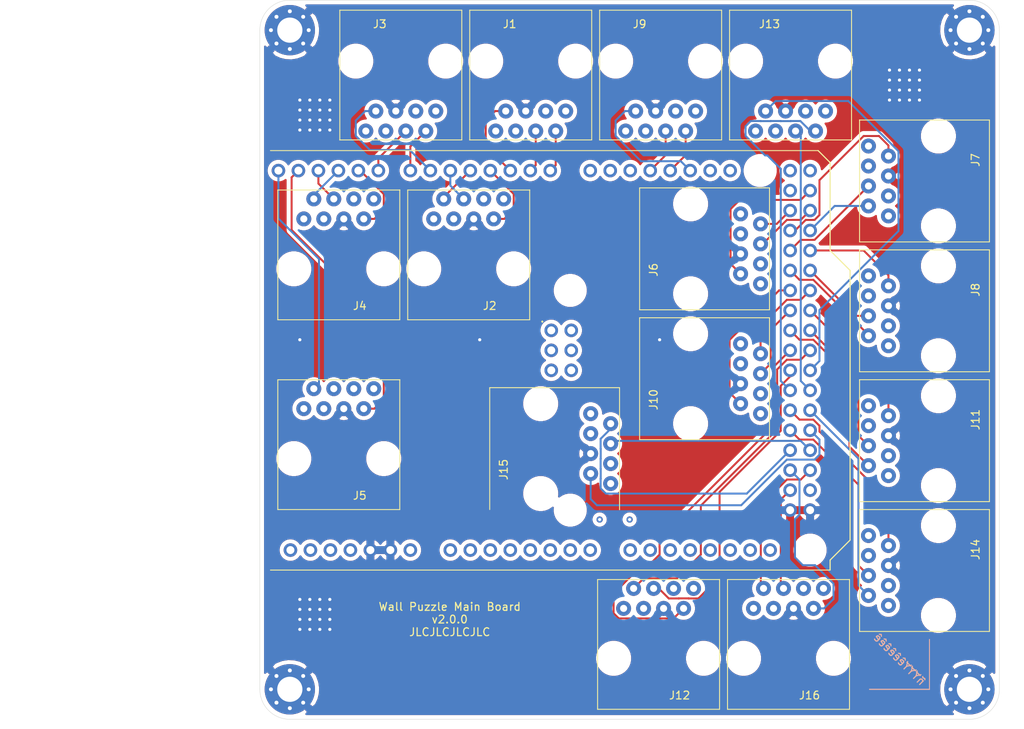
<source format=kicad_pcb>
(kicad_pcb (version 20171130) (host pcbnew 5.1.6)
  (layers (0 F.Cu signal) (1 In1.Cu signal) (2 In2.Cu signal) (31 B.Cu signal) (34 B.Paste user) (35 F.Paste user) (36 B.SilkS user) (37 F.SilkS user) (38 B.Mask user) (39 F.Mask user) (44 Edge.Cuts user))
  (net 0 "")
  (net 1 "Net-(J1-Pad8)")
  (net 2 A_5V)
  (net 3 A_GND)
  (net 4 "Net-(J1-Pad5)")
  (net 5 "Net-(J1-Pad4)")
  (net 6 "Net-(J1-Pad3)")
  (net 7 "Net-(J1-Pad2)")
  (net 8 "Net-(J1-Pad1)")
  (net 9 "Net-(J2-Pad1)")
  (net 10 "Net-(J2-Pad2)")
  (net 11 "Net-(J2-Pad3)")
  (net 12 "Net-(J2-Pad4)")
  (net 13 "Net-(J2-Pad5)")
  (net 14 "Net-(J2-Pad8)")
  (net 15 "Net-(J3-Pad1)")
  (net 16 "Net-(J3-Pad2)")
  (net 17 "Net-(J3-Pad3)")
  (net 18 "Net-(J3-Pad4)")
  (net 19 "Net-(J3-Pad5)")
  (net 20 "Net-(J3-Pad8)")
  (net 21 "Net-(J4-Pad8)")
  (net 22 "Net-(J4-Pad5)")
  (net 23 "Net-(J4-Pad4)")
  (net 24 "Net-(J4-Pad3)")
  (net 25 "Net-(J4-Pad2)")
  (net 26 "Net-(J4-Pad1)")
  (net 27 "Net-(J5-Pad1)")
  (net 28 "Net-(J5-Pad2)")
  (net 29 "Net-(J5-Pad3)")
  (net 30 "Net-(J5-Pad4)")
  (net 31 "Net-(J5-Pad5)")
  (net 32 "Net-(J5-Pad8)")
  (net 33 "Net-(J6-Pad8)")
  (net 34 "Net-(J6-Pad5)")
  (net 35 "Net-(J6-Pad4)")
  (net 36 "Net-(J6-Pad3)")
  (net 37 "Net-(J6-Pad2)")
  (net 38 "Net-(J6-Pad1)")
  (net 39 "Net-(J7-Pad1)")
  (net 40 "Net-(J7-Pad2)")
  (net 41 "Net-(J7-Pad3)")
  (net 42 "Net-(J7-Pad4)")
  (net 43 "Net-(J7-Pad5)")
  (net 44 "Net-(J7-Pad8)")
  (net 45 "Net-(J8-Pad8)")
  (net 46 "Net-(J8-Pad5)")
  (net 47 "Net-(J8-Pad4)")
  (net 48 "Net-(J8-Pad3)")
  (net 49 "Net-(J8-Pad2)")
  (net 50 "Net-(J8-Pad1)")
  (net 51 "Net-(J9-Pad8)")
  (net 52 "Net-(J9-Pad5)")
  (net 53 "Net-(J9-Pad4)")
  (net 54 "Net-(J9-Pad3)")
  (net 55 "Net-(J9-Pad2)")
  (net 56 "Net-(J9-Pad1)")
  (net 57 "Net-(J10-Pad1)")
  (net 58 "Net-(J10-Pad2)")
  (net 59 "Net-(J10-Pad3)")
  (net 60 "Net-(J10-Pad4)")
  (net 61 "Net-(J10-Pad5)")
  (net 62 "Net-(J10-Pad8)")
  (net 63 "Net-(J11-Pad8)")
  (net 64 "Net-(J11-Pad5)")
  (net 65 "Net-(J11-Pad4)")
  (net 66 "Net-(J11-Pad3)")
  (net 67 "Net-(J11-Pad2)")
  (net 68 "Net-(J11-Pad1)")
  (net 69 "Net-(J12-Pad1)")
  (net 70 "Net-(J12-Pad2)")
  (net 71 "Net-(J12-Pad3)")
  (net 72 "Net-(J12-Pad4)")
  (net 73 "Net-(J12-Pad5)")
  (net 74 "Net-(J12-Pad8)")
  (net 75 "Net-(J13-Pad8)")
  (net 76 "Net-(J13-Pad5)")
  (net 77 "Net-(J13-Pad4)")
  (net 78 "Net-(J13-Pad3)")
  (net 79 "Net-(J13-Pad2)")
  (net 80 "Net-(J13-Pad1)")
  (net 81 "Net-(J14-Pad1)")
  (net 82 "Net-(J14-Pad2)")
  (net 83 "Net-(J14-Pad3)")
  (net 84 "Net-(J14-Pad4)")
  (net 85 "Net-(J14-Pad5)")
  (net 86 "Net-(J14-Pad8)")
  (net 87 "Net-(J15-Pad8)")
  (net 88 "Net-(J15-Pad5)")
  (net 89 "Net-(J15-Pad4)")
  (net 90 "Net-(J15-Pad3)")
  (net 91 "Net-(J15-Pad2)")
  (net 92 "Net-(J15-Pad1)")
  (net 93 "Net-(J16-Pad1)")
  (net 94 "Net-(J16-Pad2)")
  (net 95 "Net-(J16-Pad3)")
  (net 96 "Net-(J16-Pad4)")
  (net 97 "Net-(J16-Pad5)")
  (net 98 "Net-(J16-Pad8)")
  (net 99 "Net-(XA1-PadRST2)")
  (net 100 "Net-(XA1-PadGND4)")
  (net 101 "Net-(XA1-PadMOSI)")
  (net 102 "Net-(XA1-PadSCK)")
  (net 103 "Net-(XA1-Pad5V2)")
  (net 104 "Net-(XA1-PadVIN)")
  (net 105 "Net-(XA1-Pad3V3)")
  (net 106 "Net-(XA1-PadRST1)")
  (net 107 "Net-(XA1-PadIORF)")
  (net 108 "Net-(XA1-PadD21)")
  (net 109 "Net-(XA1-PadD20)")
  (net 110 "Net-(XA1-PadD16)")
  (net 111 "Net-(XA1-PadD15)")
  (net 112 "Net-(XA1-PadD14)")
  (net 113 "Net-(XA1-PadD53)")
  (net 114 "Net-(XA1-PadMISO)")
  (module User:RJ45_PJ012 (layer F.Cu) (at 138.43 91.44 90)
    (fp_text reference J15 (at 5.08 1.77 90) (layer F.SilkS))
    (fp_text value RJ45)
    (pad 8 thru_hole circle (at 12.195 12.83 90) (size 1.9 1.9) (drill 0.9) (layers *.Cu *.Mask) (net 87 "Net-(J15-Pad8)"))
    (pad 7 thru_hole circle (at 9.655 12.83 90) (size 1.9 1.9) (drill 0.9) (layers *.Cu *.Mask) (net 2 A_5V))
    (pad 6 thru_hole circle (at 7.115 12.83 90) (size 1.9 1.9) (drill 0.9) (layers *.Cu *.Mask) (net 3 A_GND))
    (pad 5 thru_hole circle (at 4.575 12.83 90) (size 1.9 1.9) (drill 0.9) (layers *.Cu *.Mask) (net 88 "Net-(J15-Pad5)"))
    (pad 4 thru_hole circle (at 10.925 15.37 90) (size 1.9 1.9) (drill 0.9) (layers *.Cu *.Mask) (net 89 "Net-(J15-Pad4)"))
    (pad 3 thru_hole circle (at 8.385 15.37 90) (size 1.9 1.9) (drill 0.9) (layers *.Cu *.Mask) (net 90 "Net-(J15-Pad3)"))
    (pad 2 thru_hole circle (at 5.845 15.37 90) (size 1.9 1.9) (drill 0.9) (layers *.Cu *.Mask) (net 91 "Net-(J15-Pad2)"))
    (pad 1 thru_hole circle (at 3.305 15.37 90) (size 1.9 1.9) (drill 0.9) (layers *.Cu *.Mask) (net 92 "Net-(J15-Pad1)"))
    (pad "" np_thru_hole circle (at 13.465 6.48 90) (size 3.45 3.45) (drill 3.45) (layers *.Cu *.Mask))
    (pad "" np_thru_hole circle (at 2.035 6.48 90) (size 3.45 3.45) (drill 3.45) (layers *.Cu *.Mask))
  )
  (module MountingHole:MountingHole_3.2mm_M3_Pad_Via (layer F.Cu) (at 199.39 114.3)
    (fp_text reference H4 hide)
    (fp_text value MountingHole_Pad)
    (pad 1 thru_hole circle (at 1.697056 -1.697056) (size 0.8 0.8) (drill 0.5) (layers *.Cu *.Mask) (net 3 A_GND))
    (pad 1 thru_hole circle (at 0 -2.4) (size 0.8 0.8) (drill 0.5) (layers *.Cu *.Mask) (net 3 A_GND))
    (pad 1 thru_hole circle (at -1.697056 -1.697056) (size 0.8 0.8) (drill 0.5) (layers *.Cu *.Mask) (net 3 A_GND))
    (pad 1 thru_hole circle (at -2.4 0) (size 0.8 0.8) (drill 0.5) (layers *.Cu *.Mask) (net 3 A_GND))
    (pad 1 thru_hole circle (at -1.697056 1.697056) (size 0.8 0.8) (drill 0.5) (layers *.Cu *.Mask) (net 3 A_GND))
    (pad 1 thru_hole circle (at 0 2.4) (size 0.8 0.8) (drill 0.5) (layers *.Cu *.Mask) (net 3 A_GND))
    (pad 1 thru_hole circle (at 1.697056 1.697056) (size 0.8 0.8) (drill 0.5) (layers *.Cu *.Mask) (net 3 A_GND))
    (pad 1 thru_hole circle (at 2.4 0) (size 0.8 0.8) (drill 0.5) (layers *.Cu *.Mask) (net 3 A_GND))
    (pad 1 thru_hole circle (at 0 0) (size 6.4 6.4) (drill 3.2) (layers *.Cu *.Mask) (net 3 A_GND))
  )
  (module MountingHole:MountingHole_3.2mm_M3_Pad_Via (layer F.Cu) (at 199.39 30.48)
    (fp_text reference H3 hide)
    (fp_text value MountingHole_Pad)
    (pad 1 thru_hole circle (at 1.697056 -1.697056) (size 0.8 0.8) (drill 0.5) (layers *.Cu *.Mask) (net 3 A_GND))
    (pad 1 thru_hole circle (at 0 -2.4) (size 0.8 0.8) (drill 0.5) (layers *.Cu *.Mask) (net 3 A_GND))
    (pad 1 thru_hole circle (at -1.697056 -1.697056) (size 0.8 0.8) (drill 0.5) (layers *.Cu *.Mask) (net 3 A_GND))
    (pad 1 thru_hole circle (at -2.4 0) (size 0.8 0.8) (drill 0.5) (layers *.Cu *.Mask) (net 3 A_GND))
    (pad 1 thru_hole circle (at -1.697056 1.697056) (size 0.8 0.8) (drill 0.5) (layers *.Cu *.Mask) (net 3 A_GND))
    (pad 1 thru_hole circle (at 0 2.4) (size 0.8 0.8) (drill 0.5) (layers *.Cu *.Mask) (net 3 A_GND))
    (pad 1 thru_hole circle (at 1.697056 1.697056) (size 0.8 0.8) (drill 0.5) (layers *.Cu *.Mask) (net 3 A_GND))
    (pad 1 thru_hole circle (at 2.4 0) (size 0.8 0.8) (drill 0.5) (layers *.Cu *.Mask) (net 3 A_GND))
    (pad 1 thru_hole circle (at 0 0) (size 6.4 6.4) (drill 3.2) (layers *.Cu *.Mask) (net 3 A_GND))
  )
  (module MountingHole:MountingHole_3.2mm_M3_Pad_Via (layer F.Cu) (at 113.03 114.3)
    (fp_text reference H2 hide)
    (fp_text value MountingHole_Pad)
    (pad 1 thru_hole circle (at 1.697056 -1.697056) (size 0.8 0.8) (drill 0.5) (layers *.Cu *.Mask) (net 3 A_GND))
    (pad 1 thru_hole circle (at 0 -2.4) (size 0.8 0.8) (drill 0.5) (layers *.Cu *.Mask) (net 3 A_GND))
    (pad 1 thru_hole circle (at -1.697056 -1.697056) (size 0.8 0.8) (drill 0.5) (layers *.Cu *.Mask) (net 3 A_GND))
    (pad 1 thru_hole circle (at -2.4 0) (size 0.8 0.8) (drill 0.5) (layers *.Cu *.Mask) (net 3 A_GND))
    (pad 1 thru_hole circle (at -1.697056 1.697056) (size 0.8 0.8) (drill 0.5) (layers *.Cu *.Mask) (net 3 A_GND))
    (pad 1 thru_hole circle (at 0 2.4) (size 0.8 0.8) (drill 0.5) (layers *.Cu *.Mask) (net 3 A_GND))
    (pad 1 thru_hole circle (at 1.697056 1.697056) (size 0.8 0.8) (drill 0.5) (layers *.Cu *.Mask) (net 3 A_GND))
    (pad 1 thru_hole circle (at 2.4 0) (size 0.8 0.8) (drill 0.5) (layers *.Cu *.Mask) (net 3 A_GND))
    (pad 1 thru_hole circle (at 0 0) (size 6.4 6.4) (drill 3.2) (layers *.Cu *.Mask) (net 3 A_GND))
  )
  (module MountingHole:MountingHole_3.2mm_M3_Pad_Via (layer F.Cu) (at 113.03 30.48)
    (fp_text reference H1 hide)
    (fp_text value MountingHole_Pad)
    (pad 1 thru_hole circle (at 1.697056 -1.697056) (size 0.8 0.8) (drill 0.5) (layers *.Cu *.Mask) (net 3 A_GND))
    (pad 1 thru_hole circle (at 0 -2.4) (size 0.8 0.8) (drill 0.5) (layers *.Cu *.Mask) (net 3 A_GND))
    (pad 1 thru_hole circle (at -1.697056 -1.697056) (size 0.8 0.8) (drill 0.5) (layers *.Cu *.Mask) (net 3 A_GND))
    (pad 1 thru_hole circle (at -2.4 0) (size 0.8 0.8) (drill 0.5) (layers *.Cu *.Mask) (net 3 A_GND))
    (pad 1 thru_hole circle (at -1.697056 1.697056) (size 0.8 0.8) (drill 0.5) (layers *.Cu *.Mask) (net 3 A_GND))
    (pad 1 thru_hole circle (at 0 2.4) (size 0.8 0.8) (drill 0.5) (layers *.Cu *.Mask) (net 3 A_GND))
    (pad 1 thru_hole circle (at 1.697056 1.697056) (size 0.8 0.8) (drill 0.5) (layers *.Cu *.Mask) (net 3 A_GND))
    (pad 1 thru_hole circle (at 2.4 0) (size 0.8 0.8) (drill 0.5) (layers *.Cu *.Mask) (net 3 A_GND))
    (pad 1 thru_hole circle (at 0 0) (size 6.4 6.4) (drill 3.2) (layers *.Cu *.Mask) (net 3 A_GND))
  )
  (module User:RJ45_PJ012 (layer F.Cu) (at 135.89 27.94)
    (fp_text reference J1 (at 5.08 1.77) (layer F.SilkS))
    (fp_text value RJ45)
    (pad 8 thru_hole circle (at 12.195 12.83) (size 1.9 1.9) (drill 0.9) (layers *.Cu *.Mask) (net 1 "Net-(J1-Pad8)"))
    (pad 7 thru_hole circle (at 9.655 12.83) (size 1.9 1.9) (drill 0.9) (layers *.Cu *.Mask) (net 2 A_5V))
    (pad 6 thru_hole circle (at 7.115 12.83) (size 1.9 1.9) (drill 0.9) (layers *.Cu *.Mask) (net 3 A_GND))
    (pad 5 thru_hole circle (at 4.575 12.83) (size 1.9 1.9) (drill 0.9) (layers *.Cu *.Mask) (net 4 "Net-(J1-Pad5)"))
    (pad 4 thru_hole circle (at 10.925 15.37) (size 1.9 1.9) (drill 0.9) (layers *.Cu *.Mask) (net 5 "Net-(J1-Pad4)"))
    (pad 3 thru_hole circle (at 8.385 15.37) (size 1.9 1.9) (drill 0.9) (layers *.Cu *.Mask) (net 6 "Net-(J1-Pad3)"))
    (pad 2 thru_hole circle (at 5.845 15.37) (size 1.9 1.9) (drill 0.9) (layers *.Cu *.Mask) (net 7 "Net-(J1-Pad2)"))
    (pad 1 thru_hole circle (at 3.305 15.37) (size 1.9 1.9) (drill 0.9) (layers *.Cu *.Mask) (net 8 "Net-(J1-Pad1)"))
    (pad "" np_thru_hole circle (at 13.465 6.48) (size 3.45 3.45) (drill 3.45) (layers *.Cu *.Mask))
    (pad "" np_thru_hole circle (at 2.035 6.48) (size 3.45 3.45) (drill 3.45) (layers *.Cu *.Mask))
  )
  (module User:RJ45_PJ012 (layer F.Cu) (at 143.51 67.31 180)
    (fp_text reference J2 (at 5.08 1.77) (layer F.SilkS))
    (fp_text value RJ45)
    (pad 8 thru_hole circle (at 12.195 12.83 180) (size 1.9 1.9) (drill 0.9) (layers *.Cu *.Mask) (net 14 "Net-(J2-Pad8)"))
    (pad 7 thru_hole circle (at 9.655 12.83 180) (size 1.9 1.9) (drill 0.9) (layers *.Cu *.Mask) (net 2 A_5V))
    (pad 6 thru_hole circle (at 7.115 12.83 180) (size 1.9 1.9) (drill 0.9) (layers *.Cu *.Mask) (net 3 A_GND))
    (pad 5 thru_hole circle (at 4.575 12.83 180) (size 1.9 1.9) (drill 0.9) (layers *.Cu *.Mask) (net 13 "Net-(J2-Pad5)"))
    (pad 4 thru_hole circle (at 10.925 15.37 180) (size 1.9 1.9) (drill 0.9) (layers *.Cu *.Mask) (net 12 "Net-(J2-Pad4)"))
    (pad 3 thru_hole circle (at 8.385 15.37 180) (size 1.9 1.9) (drill 0.9) (layers *.Cu *.Mask) (net 11 "Net-(J2-Pad3)"))
    (pad 2 thru_hole circle (at 5.845 15.37 180) (size 1.9 1.9) (drill 0.9) (layers *.Cu *.Mask) (net 10 "Net-(J2-Pad2)"))
    (pad 1 thru_hole circle (at 3.305 15.37 180) (size 1.9 1.9) (drill 0.9) (layers *.Cu *.Mask) (net 9 "Net-(J2-Pad1)"))
    (pad "" np_thru_hole circle (at 13.465 6.48 180) (size 3.45 3.45) (drill 3.45) (layers *.Cu *.Mask))
    (pad "" np_thru_hole circle (at 2.035 6.48 180) (size 3.45 3.45) (drill 3.45) (layers *.Cu *.Mask))
  )
  (module User:RJ45_PJ012 (layer F.Cu) (at 119.38 27.94)
    (fp_text reference J3 (at 5.08 1.77) (layer F.SilkS))
    (fp_text value RJ45)
    (pad 8 thru_hole circle (at 12.195 12.83) (size 1.9 1.9) (drill 0.9) (layers *.Cu *.Mask) (net 20 "Net-(J3-Pad8)"))
    (pad 7 thru_hole circle (at 9.655 12.83) (size 1.9 1.9) (drill 0.9) (layers *.Cu *.Mask) (net 2 A_5V))
    (pad 6 thru_hole circle (at 7.115 12.83) (size 1.9 1.9) (drill 0.9) (layers *.Cu *.Mask) (net 3 A_GND))
    (pad 5 thru_hole circle (at 4.575 12.83) (size 1.9 1.9) (drill 0.9) (layers *.Cu *.Mask) (net 19 "Net-(J3-Pad5)"))
    (pad 4 thru_hole circle (at 10.925 15.37) (size 1.9 1.9) (drill 0.9) (layers *.Cu *.Mask) (net 18 "Net-(J3-Pad4)"))
    (pad 3 thru_hole circle (at 8.385 15.37) (size 1.9 1.9) (drill 0.9) (layers *.Cu *.Mask) (net 17 "Net-(J3-Pad3)"))
    (pad 2 thru_hole circle (at 5.845 15.37) (size 1.9 1.9) (drill 0.9) (layers *.Cu *.Mask) (net 16 "Net-(J3-Pad2)"))
    (pad 1 thru_hole circle (at 3.305 15.37) (size 1.9 1.9) (drill 0.9) (layers *.Cu *.Mask) (net 15 "Net-(J3-Pad1)"))
    (pad "" np_thru_hole circle (at 13.465 6.48) (size 3.45 3.45) (drill 3.45) (layers *.Cu *.Mask))
    (pad "" np_thru_hole circle (at 2.035 6.48) (size 3.45 3.45) (drill 3.45) (layers *.Cu *.Mask))
  )
  (module User:RJ45_PJ012 (layer F.Cu) (at 127 67.31 180)
    (fp_text reference J4 (at 5.08 1.77) (layer F.SilkS))
    (fp_text value RJ45)
    (pad 8 thru_hole circle (at 12.195 12.83 180) (size 1.9 1.9) (drill 0.9) (layers *.Cu *.Mask) (net 21 "Net-(J4-Pad8)"))
    (pad 7 thru_hole circle (at 9.655 12.83 180) (size 1.9 1.9) (drill 0.9) (layers *.Cu *.Mask) (net 2 A_5V))
    (pad 6 thru_hole circle (at 7.115 12.83 180) (size 1.9 1.9) (drill 0.9) (layers *.Cu *.Mask) (net 3 A_GND))
    (pad 5 thru_hole circle (at 4.575 12.83 180) (size 1.9 1.9) (drill 0.9) (layers *.Cu *.Mask) (net 22 "Net-(J4-Pad5)"))
    (pad 4 thru_hole circle (at 10.925 15.37 180) (size 1.9 1.9) (drill 0.9) (layers *.Cu *.Mask) (net 23 "Net-(J4-Pad4)"))
    (pad 3 thru_hole circle (at 8.385 15.37 180) (size 1.9 1.9) (drill 0.9) (layers *.Cu *.Mask) (net 24 "Net-(J4-Pad3)"))
    (pad 2 thru_hole circle (at 5.845 15.37 180) (size 1.9 1.9) (drill 0.9) (layers *.Cu *.Mask) (net 25 "Net-(J4-Pad2)"))
    (pad 1 thru_hole circle (at 3.305 15.37 180) (size 1.9 1.9) (drill 0.9) (layers *.Cu *.Mask) (net 26 "Net-(J4-Pad1)"))
    (pad "" np_thru_hole circle (at 13.465 6.48 180) (size 3.45 3.45) (drill 3.45) (layers *.Cu *.Mask))
    (pad "" np_thru_hole circle (at 2.035 6.48 180) (size 3.45 3.45) (drill 3.45) (layers *.Cu *.Mask))
  )
  (module User:RJ45_PJ012 (layer F.Cu) (at 127 91.44 180)
    (fp_text reference J5 (at 5.08 1.77) (layer F.SilkS))
    (fp_text value RJ45)
    (pad 8 thru_hole circle (at 12.195 12.83 180) (size 1.9 1.9) (drill 0.9) (layers *.Cu *.Mask) (net 32 "Net-(J5-Pad8)"))
    (pad 7 thru_hole circle (at 9.655 12.83 180) (size 1.9 1.9) (drill 0.9) (layers *.Cu *.Mask) (net 2 A_5V))
    (pad 6 thru_hole circle (at 7.115 12.83 180) (size 1.9 1.9) (drill 0.9) (layers *.Cu *.Mask) (net 3 A_GND))
    (pad 5 thru_hole circle (at 4.575 12.83 180) (size 1.9 1.9) (drill 0.9) (layers *.Cu *.Mask) (net 31 "Net-(J5-Pad5)"))
    (pad 4 thru_hole circle (at 10.925 15.37 180) (size 1.9 1.9) (drill 0.9) (layers *.Cu *.Mask) (net 30 "Net-(J5-Pad4)"))
    (pad 3 thru_hole circle (at 8.385 15.37 180) (size 1.9 1.9) (drill 0.9) (layers *.Cu *.Mask) (net 29 "Net-(J5-Pad3)"))
    (pad 2 thru_hole circle (at 5.845 15.37 180) (size 1.9 1.9) (drill 0.9) (layers *.Cu *.Mask) (net 28 "Net-(J5-Pad2)"))
    (pad 1 thru_hole circle (at 3.305 15.37 180) (size 1.9 1.9) (drill 0.9) (layers *.Cu *.Mask) (net 27 "Net-(J5-Pad1)"))
    (pad "" np_thru_hole circle (at 13.465 6.48 180) (size 3.45 3.45) (drill 3.45) (layers *.Cu *.Mask))
    (pad "" np_thru_hole circle (at 2.035 6.48 180) (size 3.45 3.45) (drill 3.45) (layers *.Cu *.Mask))
  )
  (module User:RJ45_PJ012 (layer F.Cu) (at 157.48 66.04 90)
    (fp_text reference J6 (at 5.08 1.77 90) (layer F.SilkS))
    (fp_text value RJ45)
    (pad 8 thru_hole circle (at 12.195 12.83 90) (size 1.9 1.9) (drill 0.9) (layers *.Cu *.Mask) (net 33 "Net-(J6-Pad8)"))
    (pad 7 thru_hole circle (at 9.655 12.83 90) (size 1.9 1.9) (drill 0.9) (layers *.Cu *.Mask) (net 2 A_5V))
    (pad 6 thru_hole circle (at 7.115 12.83 90) (size 1.9 1.9) (drill 0.9) (layers *.Cu *.Mask) (net 3 A_GND))
    (pad 5 thru_hole circle (at 4.575 12.83 90) (size 1.9 1.9) (drill 0.9) (layers *.Cu *.Mask) (net 34 "Net-(J6-Pad5)"))
    (pad 4 thru_hole circle (at 10.925 15.37 90) (size 1.9 1.9) (drill 0.9) (layers *.Cu *.Mask) (net 35 "Net-(J6-Pad4)"))
    (pad 3 thru_hole circle (at 8.385 15.37 90) (size 1.9 1.9) (drill 0.9) (layers *.Cu *.Mask) (net 36 "Net-(J6-Pad3)"))
    (pad 2 thru_hole circle (at 5.845 15.37 90) (size 1.9 1.9) (drill 0.9) (layers *.Cu *.Mask) (net 37 "Net-(J6-Pad2)"))
    (pad 1 thru_hole circle (at 3.305 15.37 90) (size 1.9 1.9) (drill 0.9) (layers *.Cu *.Mask) (net 38 "Net-(J6-Pad1)"))
    (pad "" np_thru_hole circle (at 13.465 6.48 90) (size 3.45 3.45) (drill 3.45) (layers *.Cu *.Mask))
    (pad "" np_thru_hole circle (at 2.035 6.48 90) (size 3.45 3.45) (drill 3.45) (layers *.Cu *.Mask))
  )
  (module User:RJ45_PJ012 (layer F.Cu) (at 201.93 41.91 270)
    (fp_text reference J7 (at 5.08 1.77 90) (layer F.SilkS))
    (fp_text value RJ45)
    (pad 8 thru_hole circle (at 12.195 12.83 270) (size 1.9 1.9) (drill 0.9) (layers *.Cu *.Mask) (net 44 "Net-(J7-Pad8)"))
    (pad 7 thru_hole circle (at 9.655 12.83 270) (size 1.9 1.9) (drill 0.9) (layers *.Cu *.Mask) (net 2 A_5V))
    (pad 6 thru_hole circle (at 7.115 12.83 270) (size 1.9 1.9) (drill 0.9) (layers *.Cu *.Mask) (net 3 A_GND))
    (pad 5 thru_hole circle (at 4.575 12.83 270) (size 1.9 1.9) (drill 0.9) (layers *.Cu *.Mask) (net 43 "Net-(J7-Pad5)"))
    (pad 4 thru_hole circle (at 10.925 15.37 270) (size 1.9 1.9) (drill 0.9) (layers *.Cu *.Mask) (net 42 "Net-(J7-Pad4)"))
    (pad 3 thru_hole circle (at 8.385 15.37 270) (size 1.9 1.9) (drill 0.9) (layers *.Cu *.Mask) (net 41 "Net-(J7-Pad3)"))
    (pad 2 thru_hole circle (at 5.845 15.37 270) (size 1.9 1.9) (drill 0.9) (layers *.Cu *.Mask) (net 40 "Net-(J7-Pad2)"))
    (pad 1 thru_hole circle (at 3.305 15.37 270) (size 1.9 1.9) (drill 0.9) (layers *.Cu *.Mask) (net 39 "Net-(J7-Pad1)"))
    (pad "" np_thru_hole circle (at 13.465 6.48 270) (size 3.45 3.45) (drill 3.45) (layers *.Cu *.Mask))
    (pad "" np_thru_hole circle (at 2.035 6.48 270) (size 3.45 3.45) (drill 3.45) (layers *.Cu *.Mask))
  )
  (module User:RJ45_PJ012 (layer F.Cu) (at 201.93 58.42 270)
    (fp_text reference J8 (at 5.08 1.77 90) (layer F.SilkS))
    (fp_text value RJ45)
    (pad 8 thru_hole circle (at 12.195 12.83 270) (size 1.9 1.9) (drill 0.9) (layers *.Cu *.Mask) (net 45 "Net-(J8-Pad8)"))
    (pad 7 thru_hole circle (at 9.655 12.83 270) (size 1.9 1.9) (drill 0.9) (layers *.Cu *.Mask) (net 2 A_5V))
    (pad 6 thru_hole circle (at 7.115 12.83 270) (size 1.9 1.9) (drill 0.9) (layers *.Cu *.Mask) (net 3 A_GND))
    (pad 5 thru_hole circle (at 4.575 12.83 270) (size 1.9 1.9) (drill 0.9) (layers *.Cu *.Mask) (net 46 "Net-(J8-Pad5)"))
    (pad 4 thru_hole circle (at 10.925 15.37 270) (size 1.9 1.9) (drill 0.9) (layers *.Cu *.Mask) (net 47 "Net-(J8-Pad4)"))
    (pad 3 thru_hole circle (at 8.385 15.37 270) (size 1.9 1.9) (drill 0.9) (layers *.Cu *.Mask) (net 48 "Net-(J8-Pad3)"))
    (pad 2 thru_hole circle (at 5.845 15.37 270) (size 1.9 1.9) (drill 0.9) (layers *.Cu *.Mask) (net 49 "Net-(J8-Pad2)"))
    (pad 1 thru_hole circle (at 3.305 15.37 270) (size 1.9 1.9) (drill 0.9) (layers *.Cu *.Mask) (net 50 "Net-(J8-Pad1)"))
    (pad "" np_thru_hole circle (at 13.465 6.48 270) (size 3.45 3.45) (drill 3.45) (layers *.Cu *.Mask))
    (pad "" np_thru_hole circle (at 2.035 6.48 270) (size 3.45 3.45) (drill 3.45) (layers *.Cu *.Mask))
  )
  (module User:RJ45_PJ012 (layer F.Cu) (at 152.4 27.94)
    (fp_text reference J9 (at 5.08 1.77) (layer F.SilkS))
    (fp_text value RJ45)
    (pad 8 thru_hole circle (at 12.195 12.83) (size 1.9 1.9) (drill 0.9) (layers *.Cu *.Mask) (net 51 "Net-(J9-Pad8)"))
    (pad 7 thru_hole circle (at 9.655 12.83) (size 1.9 1.9) (drill 0.9) (layers *.Cu *.Mask) (net 2 A_5V))
    (pad 6 thru_hole circle (at 7.115 12.83) (size 1.9 1.9) (drill 0.9) (layers *.Cu *.Mask) (net 3 A_GND))
    (pad 5 thru_hole circle (at 4.575 12.83) (size 1.9 1.9) (drill 0.9) (layers *.Cu *.Mask) (net 52 "Net-(J9-Pad5)"))
    (pad 4 thru_hole circle (at 10.925 15.37) (size 1.9 1.9) (drill 0.9) (layers *.Cu *.Mask) (net 53 "Net-(J9-Pad4)"))
    (pad 3 thru_hole circle (at 8.385 15.37) (size 1.9 1.9) (drill 0.9) (layers *.Cu *.Mask) (net 54 "Net-(J9-Pad3)"))
    (pad 2 thru_hole circle (at 5.845 15.37) (size 1.9 1.9) (drill 0.9) (layers *.Cu *.Mask) (net 55 "Net-(J9-Pad2)"))
    (pad 1 thru_hole circle (at 3.305 15.37) (size 1.9 1.9) (drill 0.9) (layers *.Cu *.Mask) (net 56 "Net-(J9-Pad1)"))
    (pad "" np_thru_hole circle (at 13.465 6.48) (size 3.45 3.45) (drill 3.45) (layers *.Cu *.Mask))
    (pad "" np_thru_hole circle (at 2.035 6.48) (size 3.45 3.45) (drill 3.45) (layers *.Cu *.Mask))
  )
  (module User:RJ45_PJ012 (layer F.Cu) (at 157.48 82.55 90)
    (fp_text reference J10 (at 5.08 1.77 90) (layer F.SilkS))
    (fp_text value RJ45)
    (pad 8 thru_hole circle (at 12.195 12.83 90) (size 1.9 1.9) (drill 0.9) (layers *.Cu *.Mask) (net 62 "Net-(J10-Pad8)"))
    (pad 7 thru_hole circle (at 9.655 12.83 90) (size 1.9 1.9) (drill 0.9) (layers *.Cu *.Mask) (net 2 A_5V))
    (pad 6 thru_hole circle (at 7.115 12.83 90) (size 1.9 1.9) (drill 0.9) (layers *.Cu *.Mask) (net 3 A_GND))
    (pad 5 thru_hole circle (at 4.575 12.83 90) (size 1.9 1.9) (drill 0.9) (layers *.Cu *.Mask) (net 61 "Net-(J10-Pad5)"))
    (pad 4 thru_hole circle (at 10.925 15.37 90) (size 1.9 1.9) (drill 0.9) (layers *.Cu *.Mask) (net 60 "Net-(J10-Pad4)"))
    (pad 3 thru_hole circle (at 8.385 15.37 90) (size 1.9 1.9) (drill 0.9) (layers *.Cu *.Mask) (net 59 "Net-(J10-Pad3)"))
    (pad 2 thru_hole circle (at 5.845 15.37 90) (size 1.9 1.9) (drill 0.9) (layers *.Cu *.Mask) (net 58 "Net-(J10-Pad2)"))
    (pad 1 thru_hole circle (at 3.305 15.37 90) (size 1.9 1.9) (drill 0.9) (layers *.Cu *.Mask) (net 57 "Net-(J10-Pad1)"))
    (pad "" np_thru_hole circle (at 13.465 6.48 90) (size 3.45 3.45) (drill 3.45) (layers *.Cu *.Mask))
    (pad "" np_thru_hole circle (at 2.035 6.48 90) (size 3.45 3.45) (drill 3.45) (layers *.Cu *.Mask))
  )
  (module User:RJ45_PJ012 (layer F.Cu) (at 201.93 74.93 270)
    (fp_text reference J11 (at 5.08 1.77 90) (layer F.SilkS))
    (fp_text value RJ45)
    (pad 8 thru_hole circle (at 12.195 12.83 270) (size 1.9 1.9) (drill 0.9) (layers *.Cu *.Mask) (net 63 "Net-(J11-Pad8)"))
    (pad 7 thru_hole circle (at 9.655 12.83 270) (size 1.9 1.9) (drill 0.9) (layers *.Cu *.Mask) (net 2 A_5V))
    (pad 6 thru_hole circle (at 7.115 12.83 270) (size 1.9 1.9) (drill 0.9) (layers *.Cu *.Mask) (net 3 A_GND))
    (pad 5 thru_hole circle (at 4.575 12.83 270) (size 1.9 1.9) (drill 0.9) (layers *.Cu *.Mask) (net 64 "Net-(J11-Pad5)"))
    (pad 4 thru_hole circle (at 10.925 15.37 270) (size 1.9 1.9) (drill 0.9) (layers *.Cu *.Mask) (net 65 "Net-(J11-Pad4)"))
    (pad 3 thru_hole circle (at 8.385 15.37 270) (size 1.9 1.9) (drill 0.9) (layers *.Cu *.Mask) (net 66 "Net-(J11-Pad3)"))
    (pad 2 thru_hole circle (at 5.845 15.37 270) (size 1.9 1.9) (drill 0.9) (layers *.Cu *.Mask) (net 67 "Net-(J11-Pad2)"))
    (pad 1 thru_hole circle (at 3.305 15.37 270) (size 1.9 1.9) (drill 0.9) (layers *.Cu *.Mask) (net 68 "Net-(J11-Pad1)"))
    (pad "" np_thru_hole circle (at 13.465 6.48 270) (size 3.45 3.45) (drill 3.45) (layers *.Cu *.Mask))
    (pad "" np_thru_hole circle (at 2.035 6.48 270) (size 3.45 3.45) (drill 3.45) (layers *.Cu *.Mask))
  )
  (module User:RJ45_PJ012 (layer F.Cu) (at 167.64 116.84 180)
    (fp_text reference J12 (at 5.08 1.77) (layer F.SilkS))
    (fp_text value RJ45)
    (pad 8 thru_hole circle (at 12.195 12.83 180) (size 1.9 1.9) (drill 0.9) (layers *.Cu *.Mask) (net 74 "Net-(J12-Pad8)"))
    (pad 7 thru_hole circle (at 9.655 12.83 180) (size 1.9 1.9) (drill 0.9) (layers *.Cu *.Mask) (net 2 A_5V))
    (pad 6 thru_hole circle (at 7.115 12.83 180) (size 1.9 1.9) (drill 0.9) (layers *.Cu *.Mask) (net 3 A_GND))
    (pad 5 thru_hole circle (at 4.575 12.83 180) (size 1.9 1.9) (drill 0.9) (layers *.Cu *.Mask) (net 73 "Net-(J12-Pad5)"))
    (pad 4 thru_hole circle (at 10.925 15.37 180) (size 1.9 1.9) (drill 0.9) (layers *.Cu *.Mask) (net 72 "Net-(J12-Pad4)"))
    (pad 3 thru_hole circle (at 8.385 15.37 180) (size 1.9 1.9) (drill 0.9) (layers *.Cu *.Mask) (net 71 "Net-(J12-Pad3)"))
    (pad 2 thru_hole circle (at 5.845 15.37 180) (size 1.9 1.9) (drill 0.9) (layers *.Cu *.Mask) (net 70 "Net-(J12-Pad2)"))
    (pad 1 thru_hole circle (at 3.305 15.37 180) (size 1.9 1.9) (drill 0.9) (layers *.Cu *.Mask) (net 69 "Net-(J12-Pad1)"))
    (pad "" np_thru_hole circle (at 13.465 6.48 180) (size 3.45 3.45) (drill 3.45) (layers *.Cu *.Mask))
    (pad "" np_thru_hole circle (at 2.035 6.48 180) (size 3.45 3.45) (drill 3.45) (layers *.Cu *.Mask))
  )
  (module User:RJ45_PJ012 (layer F.Cu) (at 168.91 27.94)
    (fp_text reference J13 (at 5.08 1.77) (layer F.SilkS))
    (fp_text value RJ45)
    (pad 8 thru_hole circle (at 12.195 12.83) (size 1.9 1.9) (drill 0.9) (layers *.Cu *.Mask) (net 75 "Net-(J13-Pad8)"))
    (pad 7 thru_hole circle (at 9.655 12.83) (size 1.9 1.9) (drill 0.9) (layers *.Cu *.Mask) (net 2 A_5V))
    (pad 6 thru_hole circle (at 7.115 12.83) (size 1.9 1.9) (drill 0.9) (layers *.Cu *.Mask) (net 3 A_GND))
    (pad 5 thru_hole circle (at 4.575 12.83) (size 1.9 1.9) (drill 0.9) (layers *.Cu *.Mask) (net 76 "Net-(J13-Pad5)"))
    (pad 4 thru_hole circle (at 10.925 15.37) (size 1.9 1.9) (drill 0.9) (layers *.Cu *.Mask) (net 77 "Net-(J13-Pad4)"))
    (pad 3 thru_hole circle (at 8.385 15.37) (size 1.9 1.9) (drill 0.9) (layers *.Cu *.Mask) (net 78 "Net-(J13-Pad3)"))
    (pad 2 thru_hole circle (at 5.845 15.37) (size 1.9 1.9) (drill 0.9) (layers *.Cu *.Mask) (net 79 "Net-(J13-Pad2)"))
    (pad 1 thru_hole circle (at 3.305 15.37) (size 1.9 1.9) (drill 0.9) (layers *.Cu *.Mask) (net 80 "Net-(J13-Pad1)"))
    (pad "" np_thru_hole circle (at 13.465 6.48) (size 3.45 3.45) (drill 3.45) (layers *.Cu *.Mask))
    (pad "" np_thru_hole circle (at 2.035 6.48) (size 3.45 3.45) (drill 3.45) (layers *.Cu *.Mask))
  )
  (module User:RJ45_PJ012 (layer F.Cu) (at 201.93 91.44 270)
    (fp_text reference J14 (at 5.08 1.77 90) (layer F.SilkS))
    (fp_text value RJ45)
    (pad 8 thru_hole circle (at 12.195 12.83 270) (size 1.9 1.9) (drill 0.9) (layers *.Cu *.Mask) (net 86 "Net-(J14-Pad8)"))
    (pad 7 thru_hole circle (at 9.655 12.83 270) (size 1.9 1.9) (drill 0.9) (layers *.Cu *.Mask) (net 2 A_5V))
    (pad 6 thru_hole circle (at 7.115 12.83 270) (size 1.9 1.9) (drill 0.9) (layers *.Cu *.Mask) (net 3 A_GND))
    (pad 5 thru_hole circle (at 4.575 12.83 270) (size 1.9 1.9) (drill 0.9) (layers *.Cu *.Mask) (net 85 "Net-(J14-Pad5)"))
    (pad 4 thru_hole circle (at 10.925 15.37 270) (size 1.9 1.9) (drill 0.9) (layers *.Cu *.Mask) (net 84 "Net-(J14-Pad4)"))
    (pad 3 thru_hole circle (at 8.385 15.37 270) (size 1.9 1.9) (drill 0.9) (layers *.Cu *.Mask) (net 83 "Net-(J14-Pad3)"))
    (pad 2 thru_hole circle (at 5.845 15.37 270) (size 1.9 1.9) (drill 0.9) (layers *.Cu *.Mask) (net 82 "Net-(J14-Pad2)"))
    (pad 1 thru_hole circle (at 3.305 15.37 270) (size 1.9 1.9) (drill 0.9) (layers *.Cu *.Mask) (net 81 "Net-(J14-Pad1)"))
    (pad "" np_thru_hole circle (at 13.465 6.48 270) (size 3.45 3.45) (drill 3.45) (layers *.Cu *.Mask))
    (pad "" np_thru_hole circle (at 2.035 6.48 270) (size 3.45 3.45) (drill 3.45) (layers *.Cu *.Mask))
  )
  (module User:RJ45_PJ012 (layer F.Cu) (at 184.15 116.84 180)
    (fp_text reference J16 (at 5.08 1.77) (layer F.SilkS))
    (fp_text value RJ45)
    (pad 8 thru_hole circle (at 12.195 12.83 180) (size 1.9 1.9) (drill 0.9) (layers *.Cu *.Mask) (net 98 "Net-(J16-Pad8)"))
    (pad 7 thru_hole circle (at 9.655 12.83 180) (size 1.9 1.9) (drill 0.9) (layers *.Cu *.Mask) (net 2 A_5V))
    (pad 6 thru_hole circle (at 7.115 12.83 180) (size 1.9 1.9) (drill 0.9) (layers *.Cu *.Mask) (net 3 A_GND))
    (pad 5 thru_hole circle (at 4.575 12.83 180) (size 1.9 1.9) (drill 0.9) (layers *.Cu *.Mask) (net 97 "Net-(J16-Pad5)"))
    (pad 4 thru_hole circle (at 10.925 15.37 180) (size 1.9 1.9) (drill 0.9) (layers *.Cu *.Mask) (net 96 "Net-(J16-Pad4)"))
    (pad 3 thru_hole circle (at 8.385 15.37 180) (size 1.9 1.9) (drill 0.9) (layers *.Cu *.Mask) (net 95 "Net-(J16-Pad3)"))
    (pad 2 thru_hole circle (at 5.845 15.37 180) (size 1.9 1.9) (drill 0.9) (layers *.Cu *.Mask) (net 94 "Net-(J16-Pad2)"))
    (pad 1 thru_hole circle (at 3.305 15.37 180) (size 1.9 1.9) (drill 0.9) (layers *.Cu *.Mask) (net 93 "Net-(J16-Pad1)"))
    (pad "" np_thru_hole circle (at 13.465 6.48 180) (size 3.45 3.45) (drill 3.45) (layers *.Cu *.Mask))
    (pad "" np_thru_hole circle (at 2.035 6.48 180) (size 3.45 3.45) (drill 3.45) (layers *.Cu *.Mask))
  )
  (module Arduino:Arduino_Mega2560_Shield (layer F.Cu) (at 82.625001 99.135001)
    (fp_text reference XA1 hide)
    (fp_text value Arduino_Mega2560_Shield)
    (fp_text user . (at 62.484 -32.004) (layer F.SilkS))
    (pad RST2 thru_hole oval (at 63.627 -25.4) (size 1.7272 1.7272) (drill 1.016) (layers *.Cu *.Mask) (net 99 "Net-(XA1-PadRST2)"))
    (pad GND4 thru_hole oval (at 66.167 -25.4) (size 1.7272 1.7272) (drill 1.016) (layers *.Cu *.Mask) (net 100 "Net-(XA1-PadGND4)"))
    (pad MOSI thru_hole oval (at 66.167 -27.94) (size 1.7272 1.7272) (drill 1.016) (layers *.Cu *.Mask) (net 101 "Net-(XA1-PadMOSI)"))
    (pad SCK thru_hole oval (at 63.627 -27.94) (size 1.7272 1.7272) (drill 1.016) (layers *.Cu *.Mask) (net 102 "Net-(XA1-PadSCK)"))
    (pad 5V2 thru_hole oval (at 66.167 -30.48) (size 1.7272 1.7272) (drill 1.016) (layers *.Cu *.Mask) (net 103 "Net-(XA1-Pad5V2)"))
    (pad A0 thru_hole oval (at 50.8 -2.54) (size 1.7272 1.7272) (drill 1.016) (layers *.Cu *.Mask) (net 32 "Net-(J5-Pad8)"))
    (pad VIN thru_hole oval (at 45.72 -2.54) (size 1.7272 1.7272) (drill 1.016) (layers *.Cu *.Mask) (net 104 "Net-(XA1-PadVIN)"))
    (pad GND3 thru_hole oval (at 43.18 -2.54) (size 1.7272 1.7272) (drill 1.016) (layers *.Cu *.Mask) (net 3 A_GND))
    (pad GND2 thru_hole oval (at 40.64 -2.54) (size 1.7272 1.7272) (drill 1.016) (layers *.Cu *.Mask) (net 3 A_GND))
    (pad 5V1 thru_hole oval (at 38.1 -2.54) (size 1.7272 1.7272) (drill 1.016) (layers *.Cu *.Mask) (net 2 A_5V))
    (pad 3V3 thru_hole oval (at 35.56 -2.54) (size 1.7272 1.7272) (drill 1.016) (layers *.Cu *.Mask) (net 105 "Net-(XA1-Pad3V3)"))
    (pad RST1 thru_hole oval (at 33.02 -2.54) (size 1.7272 1.7272) (drill 1.016) (layers *.Cu *.Mask) (net 106 "Net-(XA1-PadRST1)"))
    (pad IORF thru_hole oval (at 30.48 -2.54) (size 1.7272 1.7272) (drill 1.016) (layers *.Cu *.Mask) (net 107 "Net-(XA1-PadIORF)"))
    (pad D21 thru_hole oval (at 86.36 -50.8) (size 1.7272 1.7272) (drill 1.016) (layers *.Cu *.Mask) (net 108 "Net-(XA1-PadD21)"))
    (pad D20 thru_hole oval (at 83.82 -50.8) (size 1.7272 1.7272) (drill 1.016) (layers *.Cu *.Mask) (net 109 "Net-(XA1-PadD20)"))
    (pad D19 thru_hole oval (at 81.28 -50.8) (size 1.7272 1.7272) (drill 1.016) (layers *.Cu *.Mask) (net 52 "Net-(J9-Pad5)"))
    (pad D18 thru_hole oval (at 78.74 -50.8) (size 1.7272 1.7272) (drill 1.016) (layers *.Cu *.Mask) (net 53 "Net-(J9-Pad4)"))
    (pad D17 thru_hole oval (at 76.2 -50.8) (size 1.7272 1.7272) (drill 1.016) (layers *.Cu *.Mask) (net 54 "Net-(J9-Pad3)"))
    (pad D16 thru_hole oval (at 73.66 -50.8) (size 1.7272 1.7272) (drill 1.016) (layers *.Cu *.Mask) (net 110 "Net-(XA1-PadD16)"))
    (pad D15 thru_hole oval (at 71.12 -50.8) (size 1.7272 1.7272) (drill 1.016) (layers *.Cu *.Mask) (net 111 "Net-(XA1-PadD15)"))
    (pad D14 thru_hole oval (at 68.58 -50.8) (size 1.7272 1.7272) (drill 1.016) (layers *.Cu *.Mask) (net 112 "Net-(XA1-PadD14)"))
    (pad D0 thru_hole oval (at 63.5 -50.8) (size 1.7272 1.7272) (drill 1.016) (layers *.Cu *.Mask) (net 5 "Net-(J1-Pad4)"))
    (pad D1 thru_hole oval (at 60.96 -50.8) (size 1.7272 1.7272) (drill 1.016) (layers *.Cu *.Mask) (net 6 "Net-(J1-Pad3)"))
    (pad D2 thru_hole oval (at 58.42 -50.8) (size 1.7272 1.7272) (drill 1.016) (layers *.Cu *.Mask) (net 4 "Net-(J1-Pad5)"))
    (pad D3 thru_hole oval (at 55.88 -50.8) (size 1.7272 1.7272) (drill 1.016) (layers *.Cu *.Mask) (net 13 "Net-(J2-Pad5)"))
    (pad D4 thru_hole oval (at 53.34 -50.8) (size 1.7272 1.7272) (drill 1.016) (layers *.Cu *.Mask) (net 12 "Net-(J2-Pad4)"))
    (pad D5 thru_hole oval (at 50.8 -50.8) (size 1.7272 1.7272) (drill 1.016) (layers *.Cu *.Mask) (net 11 "Net-(J2-Pad3)"))
    (pad D6 thru_hole oval (at 48.26 -50.8) (size 1.7272 1.7272) (drill 1.016) (layers *.Cu *.Mask) (net 19 "Net-(J3-Pad5)"))
    (pad D7 thru_hole oval (at 45.72 -50.8) (size 1.7272 1.7272) (drill 1.016) (layers *.Cu *.Mask) (net 18 "Net-(J3-Pad4)"))
    (pad D8 thru_hole oval (at 41.656 -50.8) (size 1.7272 1.7272) (drill 1.016) (layers *.Cu *.Mask) (net 17 "Net-(J3-Pad3)"))
    (pad D9 thru_hole oval (at 39.116 -50.8) (size 1.7272 1.7272) (drill 1.016) (layers *.Cu *.Mask) (net 22 "Net-(J4-Pad5)"))
    (pad D10 thru_hole oval (at 36.576 -50.8) (size 1.7272 1.7272) (drill 1.016) (layers *.Cu *.Mask) (net 23 "Net-(J4-Pad4)"))
    (pad "" np_thru_hole circle (at 66.04 -7.62) (size 3.2 3.2) (drill 3.2) (layers *.Cu *.Mask))
    (pad "" np_thru_hole circle (at 66.04 -35.56) (size 3.2 3.2) (drill 3.2) (layers *.Cu *.Mask))
    (pad "" np_thru_hole circle (at 90.17 -50.8) (size 3.2 3.2) (drill 3.2) (layers *.Cu *.Mask))
    (pad "" np_thru_hole circle (at 96.52 -2.54) (size 3.2 3.2) (drill 3.2) (layers *.Cu *.Mask))
    (pad D13 thru_hole oval (at 28.956 -50.8) (size 1.7272 1.7272) (drill 1.016) (layers *.Cu *.Mask) (net 30 "Net-(J5-Pad4)"))
    (pad D12 thru_hole oval (at 31.496 -50.8) (size 1.7272 1.7272) (drill 1.016) (layers *.Cu *.Mask) (net 31 "Net-(J5-Pad5)"))
    (pad D11 thru_hole oval (at 34.036 -50.8) (size 1.7272 1.7272) (drill 1.016) (layers *.Cu *.Mask) (net 24 "Net-(J4-Pad3)"))
    (pad A1 thru_hole oval (at 53.34 -2.54) (size 1.7272 1.7272) (drill 1.016) (layers *.Cu *.Mask) (net 21 "Net-(J4-Pad8)"))
    (pad A2 thru_hole oval (at 55.88 -2.54) (size 1.7272 1.7272) (drill 1.016) (layers *.Cu *.Mask) (net 20 "Net-(J3-Pad8)"))
    (pad A3 thru_hole oval (at 58.42 -2.54) (size 1.7272 1.7272) (drill 1.016) (layers *.Cu *.Mask) (net 14 "Net-(J2-Pad8)"))
    (pad A4 thru_hole oval (at 60.96 -2.54) (size 1.7272 1.7272) (drill 1.016) (layers *.Cu *.Mask) (net 1 "Net-(J1-Pad8)"))
    (pad A5 thru_hole oval (at 63.5 -2.54) (size 1.7272 1.7272) (drill 1.016) (layers *.Cu *.Mask) (net 87 "Net-(J15-Pad8)"))
    (pad A6 thru_hole oval (at 66.04 -2.54) (size 1.7272 1.7272) (drill 1.016) (layers *.Cu *.Mask) (net 51 "Net-(J9-Pad8)"))
    (pad A7 thru_hole oval (at 68.58 -2.54) (size 1.7272 1.7272) (drill 1.016) (layers *.Cu *.Mask) (net 86 "Net-(J14-Pad8)"))
    (pad A8 thru_hole oval (at 73.66 -2.54) (size 1.7272 1.7272) (drill 1.016) (layers *.Cu *.Mask) (net 33 "Net-(J6-Pad8)"))
    (pad A9 thru_hole oval (at 76.2 -2.54) (size 1.7272 1.7272) (drill 1.016) (layers *.Cu *.Mask) (net 62 "Net-(J10-Pad8)"))
    (pad A10 thru_hole oval (at 78.74 -2.54) (size 1.7272 1.7272) (drill 1.016) (layers *.Cu *.Mask) (net 74 "Net-(J12-Pad8)"))
    (pad A11 thru_hole oval (at 81.28 -2.54) (size 1.7272 1.7272) (drill 1.016) (layers *.Cu *.Mask) (net 98 "Net-(J16-Pad8)"))
    (pad A12 thru_hole oval (at 83.82 -2.54) (size 1.7272 1.7272) (drill 1.016) (layers *.Cu *.Mask) (net 44 "Net-(J7-Pad8)"))
    (pad A13 thru_hole oval (at 86.36 -2.54) (size 1.7272 1.7272) (drill 1.016) (layers *.Cu *.Mask) (net 45 "Net-(J8-Pad8)"))
    (pad A14 thru_hole oval (at 88.9 -2.54) (size 1.7272 1.7272) (drill 1.016) (layers *.Cu *.Mask) (net 63 "Net-(J11-Pad8)"))
    (pad A15 thru_hole oval (at 91.44 -2.54) (size 1.7272 1.7272) (drill 1.016) (layers *.Cu *.Mask) (net 75 "Net-(J13-Pad8)"))
    (pad 5V3 thru_hole oval (at 93.98 -50.8) (size 1.7272 1.7272) (drill 1.016) (layers *.Cu *.Mask) (net 2 A_5V))
    (pad 5V4 thru_hole oval (at 96.52 -50.8) (size 1.7272 1.7272) (drill 1.016) (layers *.Cu *.Mask) (net 2 A_5V))
    (pad D22 thru_hole oval (at 93.98 -48.26) (size 1.7272 1.7272) (drill 1.016) (layers *.Cu *.Mask) (net 29 "Net-(J5-Pad3)"))
    (pad D23 thru_hole oval (at 96.52 -48.26) (size 1.7272 1.7272) (drill 1.016) (layers *.Cu *.Mask) (net 34 "Net-(J6-Pad5)"))
    (pad D24 thru_hole oval (at 93.98 -45.72) (size 1.7272 1.7272) (drill 1.016) (layers *.Cu *.Mask) (net 35 "Net-(J6-Pad4)"))
    (pad D25 thru_hole oval (at 96.52 -45.72) (size 1.7272 1.7272) (drill 1.016) (layers *.Cu *.Mask) (net 36 "Net-(J6-Pad3)"))
    (pad D26 thru_hole oval (at 93.98 -43.18) (size 1.7272 1.7272) (drill 1.016) (layers *.Cu *.Mask) (net 43 "Net-(J7-Pad5)"))
    (pad D27 thru_hole oval (at 96.52 -43.18) (size 1.7272 1.7272) (drill 1.016) (layers *.Cu *.Mask) (net 42 "Net-(J7-Pad4)"))
    (pad D28 thru_hole oval (at 93.98 -40.64) (size 1.7272 1.7272) (drill 1.016) (layers *.Cu *.Mask) (net 41 "Net-(J7-Pad3)"))
    (pad D29 thru_hole oval (at 96.52 -40.64) (size 1.7272 1.7272) (drill 1.016) (layers *.Cu *.Mask) (net 46 "Net-(J8-Pad5)"))
    (pad D30 thru_hole oval (at 93.98 -38.1) (size 1.7272 1.7272) (drill 1.016) (layers *.Cu *.Mask) (net 47 "Net-(J8-Pad4)"))
    (pad D31 thru_hole oval (at 96.52 -38.1) (size 1.7272 1.7272) (drill 1.016) (layers *.Cu *.Mask) (net 48 "Net-(J8-Pad3)"))
    (pad D32 thru_hole oval (at 93.98 -35.56) (size 1.7272 1.7272) (drill 1.016) (layers *.Cu *.Mask) (net 61 "Net-(J10-Pad5)"))
    (pad D33 thru_hole oval (at 96.52 -35.56) (size 1.7272 1.7272) (drill 1.016) (layers *.Cu *.Mask) (net 60 "Net-(J10-Pad4)"))
    (pad D34 thru_hole oval (at 93.98 -33.02) (size 1.7272 1.7272) (drill 1.016) (layers *.Cu *.Mask) (net 59 "Net-(J10-Pad3)"))
    (pad D35 thru_hole oval (at 96.52 -33.02) (size 1.7272 1.7272) (drill 1.016) (layers *.Cu *.Mask) (net 64 "Net-(J11-Pad5)"))
    (pad D36 thru_hole oval (at 93.98 -30.48) (size 1.7272 1.7272) (drill 1.016) (layers *.Cu *.Mask) (net 65 "Net-(J11-Pad4)"))
    (pad D37 thru_hole oval (at 96.52 -30.48) (size 1.7272 1.7272) (drill 1.016) (layers *.Cu *.Mask) (net 66 "Net-(J11-Pad3)"))
    (pad D38 thru_hole oval (at 93.98 -27.94) (size 1.7272 1.7272) (drill 1.016) (layers *.Cu *.Mask) (net 73 "Net-(J12-Pad5)"))
    (pad D39 thru_hole oval (at 96.52 -27.94) (size 1.7272 1.7272) (drill 1.016) (layers *.Cu *.Mask) (net 72 "Net-(J12-Pad4)"))
    (pad D40 thru_hole oval (at 93.98 -25.4) (size 1.7272 1.7272) (drill 1.016) (layers *.Cu *.Mask) (net 71 "Net-(J12-Pad3)"))
    (pad D41 thru_hole oval (at 96.52 -25.4) (size 1.7272 1.7272) (drill 1.016) (layers *.Cu *.Mask) (net 76 "Net-(J13-Pad5)"))
    (pad D42 thru_hole oval (at 93.98 -22.86) (size 1.7272 1.7272) (drill 1.016) (layers *.Cu *.Mask) (net 77 "Net-(J13-Pad4)"))
    (pad D43 thru_hole oval (at 96.52 -22.86) (size 1.7272 1.7272) (drill 1.016) (layers *.Cu *.Mask) (net 78 "Net-(J13-Pad3)"))
    (pad D44 thru_hole oval (at 93.98 -20.32) (size 1.7272 1.7272) (drill 1.016) (layers *.Cu *.Mask) (net 85 "Net-(J14-Pad5)"))
    (pad D45 thru_hole oval (at 96.52 -20.32) (size 1.7272 1.7272) (drill 1.016) (layers *.Cu *.Mask) (net 84 "Net-(J14-Pad4)"))
    (pad D46 thru_hole oval (at 93.98 -17.78) (size 1.7272 1.7272) (drill 1.016) (layers *.Cu *.Mask) (net 83 "Net-(J14-Pad3)"))
    (pad D47 thru_hole oval (at 96.52 -17.78) (size 1.7272 1.7272) (drill 1.016) (layers *.Cu *.Mask) (net 88 "Net-(J15-Pad5)"))
    (pad D48 thru_hole oval (at 93.98 -15.24) (size 1.7272 1.7272) (drill 1.016) (layers *.Cu *.Mask) (net 89 "Net-(J15-Pad4)"))
    (pad D49 thru_hole oval (at 96.52 -15.24) (size 1.7272 1.7272) (drill 1.016) (layers *.Cu *.Mask) (net 90 "Net-(J15-Pad3)"))
    (pad D50 thru_hole oval (at 93.98 -12.7) (size 1.7272 1.7272) (drill 1.016) (layers *.Cu *.Mask) (net 97 "Net-(J16-Pad5)"))
    (pad D51 thru_hole oval (at 96.52 -12.7) (size 1.7272 1.7272) (drill 1.016) (layers *.Cu *.Mask) (net 96 "Net-(J16-Pad4)"))
    (pad D52 thru_hole oval (at 93.98 -10.16) (size 1.7272 1.7272) (drill 1.016) (layers *.Cu *.Mask) (net 95 "Net-(J16-Pad3)"))
    (pad D53 thru_hole oval (at 96.52 -10.16) (size 1.7272 1.7272) (drill 1.016) (layers *.Cu *.Mask) (net 113 "Net-(XA1-PadD53)"))
    (pad GND5 thru_hole oval (at 93.98 -7.62) (size 1.7272 1.7272) (drill 1.016) (layers *.Cu *.Mask) (net 3 A_GND))
    (pad GND6 thru_hole oval (at 96.52 -7.62) (size 1.7272 1.7272) (drill 1.016) (layers *.Cu *.Mask) (net 3 A_GND))
    (pad MISO thru_hole oval (at 63.627 -30.48) (size 1.7272 1.7272) (drill 1.016) (layers *.Cu *.Mask) (net 114 "Net-(XA1-PadMISO)"))
  )
  (gr_text ñɎɎɎêêêêêê (at 190.5 110.49 315) (layer B.SilkS) (effects (font (size 1 1)) (justify mirror)))
  (gr_line (start 194.31 114.3) (end 194.31 107.95) (layer B.SilkS) (width 0.12))
  (gr_line (start 186.69 114.3) (end 194.31 114.3) (layer B.SilkS) (width 0.12))
  (gr_line (start 194.31 114.3) (end 186.69 114.3) (layer B.SilkS) (width 0.12))
  (gr_text "Wall Puzzle Main Board\nv2.0.0\nJLCJLCJLCJLC" (at 133.35 105.41) (layer F.SilkS) (effects (font (size 1 1))))
  (gr_line (start 113.03 118.11) (end 199.39 118.11) (layer Edge.Cuts) (width 0.05))
  (gr_line (start 109.22 30.48) (end 109.22 114.3) (layer Edge.Cuts) (width 0.05))
  (gr_line (start 199.39 26.67) (end 113.03 26.67) (layer Edge.Cuts) (width 0.05))
  (gr_line (start 203.2 114.3) (end 203.2 30.48) (layer Edge.Cuts) (width 0.05))
  (gr_arc (start 199.39 114.3) (end 199.39 118.11) (angle -90) (layer Edge.Cuts) (width 0.05))
  (gr_arc (start 113.03 114.3) (end 109.22 114.3) (angle -90) (layer Edge.Cuts) (width 0.05))
  (gr_arc (start 113.03 30.48) (end 113.03 26.67) (angle -90) (layer Edge.Cuts) (width 0.05))
  (gr_arc (start 199.39 30.48) (end 203.2 30.48) (angle -90) (layer Edge.Cuts) (width 0.05))
  (via (at 152.4 92.71) (size 0.8) (drill 0.4) (layers F.Cu B.Cu) (net 2))
  (via (at 156.21 92.71) (size 0.8) (drill 0.4) (layers F.Cu B.Cu) (net 2))
  (via (at 114.3 102.87) (size 0.8) (drill 0.4) (layers F.Cu B.Cu) (net 3))
  (via (at 114.3 104.14) (size 0.8) (drill 0.4) (layers F.Cu B.Cu) (net 3))
  (via (at 114.3 105.41) (size 0.8) (drill 0.4) (layers F.Cu B.Cu) (net 3))
  (via (at 114.3 106.68) (size 0.8) (drill 0.4) (layers F.Cu B.Cu) (net 3))
  (via (at 115.57 102.87) (size 0.8) (drill 0.4) (layers F.Cu B.Cu) (net 3))
  (via (at 116.84 102.87) (size 0.8) (drill 0.4) (layers F.Cu B.Cu) (net 3))
  (via (at 118.11 102.87) (size 0.8) (drill 0.4) (layers F.Cu B.Cu) (net 3))
  (via (at 118.11 104.14) (size 0.8) (drill 0.4) (layers F.Cu B.Cu) (net 3))
  (via (at 115.57 104.14) (size 0.8) (drill 0.4) (layers F.Cu B.Cu) (net 3))
  (via (at 116.84 104.14) (size 0.8) (drill 0.4) (layers F.Cu B.Cu) (net 3))
  (via (at 115.57 105.41) (size 0.8) (drill 0.4) (layers F.Cu B.Cu) (net 3))
  (via (at 116.84 105.41) (size 0.8) (drill 0.4) (layers F.Cu B.Cu) (net 3))
  (via (at 118.11 105.41) (size 0.8) (drill 0.4) (layers F.Cu B.Cu) (net 3))
  (via (at 118.11 106.68) (size 0.8) (drill 0.4) (layers F.Cu B.Cu) (net 3))
  (via (at 116.84 106.68) (size 0.8) (drill 0.4) (layers F.Cu B.Cu) (net 3))
  (via (at 115.57 106.68) (size 0.8) (drill 0.4) (layers F.Cu B.Cu) (net 3))
  (via (at 114.3 69.85) (size 0.8) (drill 0.4) (layers F.Cu B.Cu) (net 3))
  (via (at 137.16 69.85) (size 0.8) (drill 0.4) (layers F.Cu B.Cu) (net 3))
  (via (at 160.02 69.85) (size 0.8) (drill 0.4) (layers F.Cu B.Cu) (net 3))
  (via (at 114.3 43.18) (size 0.8) (drill 0.4) (layers F.Cu B.Cu) (net 3))
  (via (at 115.57 43.18) (size 0.8) (drill 0.4) (layers F.Cu B.Cu) (net 3))
  (via (at 116.84 43.18) (size 0.8) (drill 0.4) (layers F.Cu B.Cu) (net 3))
  (via (at 116.84 41.91) (size 0.8) (drill 0.4) (layers F.Cu B.Cu) (net 3))
  (via (at 114.3 41.91) (size 0.8) (drill 0.4) (layers F.Cu B.Cu) (net 3))
  (via (at 115.57 41.91) (size 0.8) (drill 0.4) (layers F.Cu B.Cu) (net 3))
  (via (at 116.84 40.64) (size 0.8) (drill 0.4) (layers F.Cu B.Cu) (net 3))
  (via (at 115.57 40.64) (size 0.8) (drill 0.4) (layers F.Cu B.Cu) (net 3))
  (via (at 114.3 40.64) (size 0.8) (drill 0.4) (layers F.Cu B.Cu) (net 3))
  (via (at 114.3 39.37) (size 0.8) (drill 0.4) (layers F.Cu B.Cu) (net 3))
  (via (at 115.57 39.37) (size 0.8) (drill 0.4) (layers F.Cu B.Cu) (net 3))
  (via (at 116.84 39.37) (size 0.8) (drill 0.4) (layers F.Cu B.Cu) (net 3))
  (via (at 118.11 39.37) (size 0.8) (drill 0.4) (layers F.Cu B.Cu) (net 3))
  (via (at 118.11 40.64) (size 0.8) (drill 0.4) (layers F.Cu B.Cu) (net 3))
  (via (at 118.11 41.91) (size 0.8) (drill 0.4) (layers F.Cu B.Cu) (net 3))
  (via (at 118.11 43.18) (size 0.8) (drill 0.4) (layers F.Cu B.Cu) (net 3))
  (via (at 189.23 39.37) (size 0.8) (drill 0.4) (layers F.Cu B.Cu) (net 3))
  (via (at 190.5 39.37) (size 0.8) (drill 0.4) (layers F.Cu B.Cu) (net 3))
  (via (at 193.04 39.37) (size 0.8) (drill 0.4) (layers F.Cu B.Cu) (net 3))
  (via (at 191.77 39.37) (size 0.8) (drill 0.4) (layers F.Cu B.Cu) (net 3))
  (via (at 191.77 35.56) (size 0.8) (drill 0.4) (layers F.Cu B.Cu) (net 3))
  (via (at 193.04 35.56) (size 0.8) (drill 0.4) (layers F.Cu B.Cu) (net 3))
  (via (at 193.04 38.1) (size 0.8) (drill 0.4) (layers F.Cu B.Cu) (net 3))
  (via (at 191.77 38.1) (size 0.8) (drill 0.4) (layers F.Cu B.Cu) (net 3))
  (via (at 191.77 36.83) (size 0.8) (drill 0.4) (layers F.Cu B.Cu) (net 3))
  (via (at 193.04 36.83) (size 0.8) (drill 0.4) (layers F.Cu B.Cu) (net 3))
  (via (at 190.5 35.56) (size 0.8) (drill 0.4) (layers F.Cu B.Cu) (net 3))
  (via (at 189.23 35.56) (size 0.8) (drill 0.4) (layers F.Cu B.Cu) (net 3))
  (via (at 189.23 38.1) (size 0.8) (drill 0.4) (layers F.Cu B.Cu) (net 3))
  (via (at 189.23 36.83) (size 0.8) (drill 0.4) (layers F.Cu B.Cu) (net 3))
  (via (at 190.5 36.83) (size 0.8) (drill 0.4) (layers F.Cu B.Cu) (net 3))
  (via (at 190.5 38.1) (size 0.8) (drill 0.4) (layers F.Cu B.Cu) (net 3))
  (segment (start 137.919999 41.971499) (end 137.919999 45.209999) (width 0.25) (layer F.Cu) (net 4))
  (segment (start 137.919999 45.209999) (end 141.045001 48.335001) (width 0.25) (layer F.Cu) (net 4))
  (segment (start 139.121498 40.77) (end 137.919999 41.971499) (width 0.25) (layer F.Cu) (net 4))
  (segment (start 140.465 40.77) (end 139.121498 40.77) (width 0.25) (layer F.Cu) (net 4))
  (segment (start 146.815 47.645002) (end 146.125001 48.335001) (width 0.25) (layer F.Cu) (net 5))
  (segment (start 146.815 43.31) (end 146.815 47.645002) (width 0.25) (layer F.Cu) (net 5))
  (segment (start 144.275 47.645002) (end 143.585001 48.335001) (width 0.25) (layer F.Cu) (net 6))
  (segment (start 144.275 43.31) (end 144.275 47.645002) (width 0.25) (layer F.Cu) (net 6))
  (segment (start 133.425001 50.240001) (end 135.125 51.94) (width 0.25) (layer B.Cu) (net 11))
  (segment (start 133.425001 48.335001) (end 133.425001 50.240001) (width 0.25) (layer B.Cu) (net 11))
  (segment (start 132.585 51.715002) (end 132.585 51.94) (width 0.25) (layer F.Cu) (net 12))
  (segment (start 135.965001 48.335001) (end 132.585 51.715002) (width 0.25) (layer F.Cu) (net 12))
  (segment (start 140.278502 54.48) (end 138.935 54.48) (width 0.25) (layer F.Cu) (net 13))
  (segment (start 141.480001 53.278501) (end 140.278502 54.48) (width 0.25) (layer F.Cu) (net 13))
  (segment (start 141.480001 51.310001) (end 141.480001 53.278501) (width 0.25) (layer F.Cu) (net 13))
  (segment (start 138.505001 48.335001) (end 141.480001 51.310001) (width 0.25) (layer F.Cu) (net 13))
  (segment (start 124.281001 46.793999) (end 127.765 43.31) (width 0.25) (layer F.Cu) (net 17))
  (segment (start 124.281001 48.335001) (end 124.281001 46.793999) (width 0.25) (layer F.Cu) (net 17))
  (segment (start 128.345001 45.269999) (end 130.305 43.31) (width 0.25) (layer F.Cu) (net 18))
  (segment (start 128.345001 48.335001) (end 128.345001 45.269999) (width 0.25) (layer F.Cu) (net 18))
  (segment (start 121.409999 43.922001) (end 123.207998 45.72) (width 0.25) (layer B.Cu) (net 19))
  (segment (start 121.409999 41.971499) (end 121.409999 43.922001) (width 0.25) (layer B.Cu) (net 19))
  (segment (start 123.955 40.77) (end 122.611498 40.77) (width 0.25) (layer B.Cu) (net 19))
  (segment (start 122.611498 40.77) (end 121.409999 41.971499) (width 0.25) (layer B.Cu) (net 19))
  (segment (start 128.27 45.72) (end 130.885001 48.335001) (width 0.25) (layer B.Cu) (net 19))
  (segment (start 123.207998 45.72) (end 128.27 45.72) (width 0.25) (layer B.Cu) (net 19))
  (segment (start 124.970001 51.327999) (end 121.977003 48.335001) (width 0.25) (layer F.Cu) (net 22))
  (segment (start 124.970001 53.278501) (end 124.970001 51.327999) (width 0.25) (layer F.Cu) (net 22))
  (segment (start 123.768502 54.48) (end 124.970001 53.278501) (width 0.25) (layer F.Cu) (net 22))
  (segment (start 121.977003 48.335001) (end 121.741001 48.335001) (width 0.25) (layer F.Cu) (net 22))
  (segment (start 122.425 54.48) (end 123.768502 54.48) (width 0.25) (layer F.Cu) (net 22))
  (segment (start 116.075 51.461002) (end 116.075 51.94) (width 0.25) (layer B.Cu) (net 23))
  (segment (start 119.201001 48.335001) (end 116.075 51.461002) (width 0.25) (layer B.Cu) (net 23))
  (segment (start 116.661001 49.986001) (end 118.615 51.94) (width 0.25) (layer F.Cu) (net 24))
  (segment (start 116.661001 48.335001) (end 116.661001 49.986001) (width 0.25) (layer F.Cu) (net 24))
  (segment (start 111.581001 48.335001) (end 111.581001 54.431001) (width 0.25) (layer B.Cu) (net 30))
  (segment (start 116.732999 75.412001) (end 116.075 76.07) (width 0.25) (layer B.Cu) (net 30))
  (segment (start 116.732999 59.582999) (end 116.732999 75.412001) (width 0.25) (layer B.Cu) (net 30))
  (segment (start 111.581001 54.431001) (end 116.732999 59.582999) (width 0.25) (layer B.Cu) (net 30))
  (segment (start 114.121001 48.335001) (end 113.257402 49.1986) (width 0.25) (layer F.Cu) (net 31))
  (segment (start 124.970001 67.592599) (end 113.257402 55.88) (width 0.25) (layer F.Cu) (net 31))
  (segment (start 124.970001 77.408501) (end 124.970001 67.592599) (width 0.25) (layer F.Cu) (net 31))
  (segment (start 123.768502 78.61) (end 124.970001 77.408501) (width 0.25) (layer F.Cu) (net 31))
  (segment (start 122.425 78.61) (end 123.768502 78.61) (width 0.25) (layer F.Cu) (net 31))
  (segment (start 113.257402 49.1986) (end 113.257402 55.88) (width 0.25) (layer F.Cu) (net 31))
  (segment (start 169.034999 53.232999) (end 170.204396 52.063602) (width 0.25) (layer F.Cu) (net 34))
  (segment (start 177.9564 52.063602) (end 179.145001 50.875001) (width 0.25) (layer F.Cu) (net 34))
  (segment (start 170.204396 52.063602) (end 177.9564 52.063602) (width 0.25) (layer F.Cu) (net 34))
  (segment (start 169.034999 60.189999) (end 169.034999 53.232999) (width 0.25) (layer F.Cu) (net 34))
  (segment (start 170.31 61.465) (end 169.034999 60.189999) (width 0.25) (layer F.Cu) (net 34))
  (segment (start 174.905002 55.115) (end 176.605001 53.415001) (width 0.25) (layer F.Cu) (net 35))
  (segment (start 172.85 55.115) (end 174.905002 55.115) (width 0.25) (layer F.Cu) (net 35))
  (segment (start 176.19727 54.603602) (end 177.9564 54.603602) (width 0.25) (layer F.Cu) (net 36))
  (segment (start 177.9564 54.603602) (end 179.145001 53.415001) (width 0.25) (layer F.Cu) (net 36))
  (segment (start 173.145872 57.655) (end 176.19727 54.603602) (width 0.25) (layer F.Cu) (net 36))
  (segment (start 172.85 57.655) (end 173.145872 57.655) (width 0.25) (layer F.Cu) (net 36))
  (segment (start 177.9564 57.143602) (end 176.605001 58.495001) (width 0.25) (layer F.Cu) (net 41))
  (segment (start 179.711398 57.143602) (end 177.9564 57.143602) (width 0.25) (layer F.Cu) (net 41))
  (segment (start 186.56 50.295) (end 179.711398 57.143602) (width 0.25) (layer F.Cu) (net 41))
  (segment (start 182.265002 52.835) (end 179.145001 55.955001) (width 0.25) (layer B.Cu) (net 42))
  (segment (start 186.56 52.835) (end 182.265002 52.835) (width 0.25) (layer B.Cu) (net 42))
  (segment (start 179.709132 54.61) (end 178.586412 54.61) (width 0.25) (layer F.Cu) (net 43))
  (segment (start 178.586412 54.61) (end 177.241411 55.955001) (width 0.25) (layer F.Cu) (net 43))
  (segment (start 180.333602 49.554396) (end 180.333602 53.98553) (width 0.25) (layer F.Cu) (net 43))
  (segment (start 185.947999 43.939999) (end 180.333602 49.554396) (width 0.25) (layer F.Cu) (net 43))
  (segment (start 187.898501 43.939999) (end 185.947999 43.939999) (width 0.25) (layer F.Cu) (net 43))
  (segment (start 180.333602 53.98553) (end 179.709132 54.61) (width 0.25) (layer F.Cu) (net 43))
  (segment (start 189.1 45.141498) (end 187.898501 43.939999) (width 0.25) (layer F.Cu) (net 43))
  (segment (start 177.241411 55.955001) (end 176.605001 55.955001) (width 0.25) (layer F.Cu) (net 43))
  (segment (start 189.1 46.485) (end 189.1 45.141498) (width 0.25) (layer F.Cu) (net 43))
  (segment (start 185.943503 58.495001) (end 179.145001 58.495001) (width 0.25) (layer F.Cu) (net 46))
  (segment (start 189.1 61.651498) (end 185.943503 58.495001) (width 0.25) (layer F.Cu) (net 46))
  (segment (start 189.1 62.995) (end 189.1 61.651498) (width 0.25) (layer F.Cu) (net 46))
  (segment (start 177.793602 62.223602) (end 176.605001 61.035001) (width 0.25) (layer F.Cu) (net 47))
  (segment (start 179.552732 62.223602) (end 177.793602 62.223602) (width 0.25) (layer F.Cu) (net 47))
  (segment (start 186.56 69.23087) (end 179.552732 62.223602) (width 0.25) (layer F.Cu) (net 47))
  (segment (start 186.56 69.345) (end 186.56 69.23087) (width 0.25) (layer F.Cu) (net 47))
  (segment (start 184.915 66.805) (end 179.145001 61.035001) (width 0.25) (layer F.Cu) (net 48))
  (segment (start 186.56 66.805) (end 184.915 66.805) (width 0.25) (layer F.Cu) (net 48))
  (segment (start 162.7164 47.1464) (end 163.905001 48.335001) (width 0.25) (layer B.Cu) (net 52))
  (segment (start 157.654398 47.1464) (end 162.7164 47.1464) (width 0.25) (layer B.Cu) (net 52))
  (segment (start 154.429999 43.922001) (end 157.654398 47.1464) (width 0.25) (layer B.Cu) (net 52))
  (segment (start 154.429999 41.971499) (end 154.429999 43.922001) (width 0.25) (layer B.Cu) (net 52))
  (segment (start 155.631498 40.77) (end 154.429999 41.971499) (width 0.25) (layer B.Cu) (net 52))
  (segment (start 156.975 40.77) (end 155.631498 40.77) (width 0.25) (layer B.Cu) (net 52))
  (segment (start 163.325 46.375002) (end 161.365001 48.335001) (width 0.25) (layer F.Cu) (net 53))
  (segment (start 163.325 43.31) (end 163.325 46.375002) (width 0.25) (layer F.Cu) (net 53))
  (segment (start 160.785 46.375002) (end 158.825001 48.335001) (width 0.25) (layer F.Cu) (net 54))
  (segment (start 160.785 43.31) (end 160.785 46.375002) (width 0.25) (layer F.Cu) (net 54))
  (segment (start 174.125001 68.595001) (end 176.605001 66.115001) (width 0.25) (layer F.Cu) (net 59))
  (segment (start 174.125001 72.889999) (end 174.125001 68.595001) (width 0.25) (layer F.Cu) (net 59))
  (segment (start 172.85 74.165) (end 174.125001 72.889999) (width 0.25) (layer F.Cu) (net 59))
  (segment (start 176.19727 64.763602) (end 177.9564 64.763602) (width 0.25) (layer F.Cu) (net 60))
  (segment (start 172.85 68.110872) (end 176.19727 64.763602) (width 0.25) (layer F.Cu) (net 60))
  (segment (start 177.9564 64.763602) (end 179.145001 63.575001) (width 0.25) (layer F.Cu) (net 60))
  (segment (start 172.85 71.625) (end 172.85 68.110872) (width 0.25) (layer F.Cu) (net 60))
  (segment (start 170.31 77.975) (end 168.91 76.575) (width 0.25) (layer F.Cu) (net 61))
  (segment (start 175.202997 63.575001) (end 176.605001 63.575001) (width 0.25) (layer F.Cu) (net 61))
  (segment (start 168.91 69.867998) (end 175.202997 63.575001) (width 0.25) (layer F.Cu) (net 61))
  (segment (start 168.91 76.575) (end 168.91 69.867998) (width 0.25) (layer F.Cu) (net 61))
  (segment (start 189.1 76.07) (end 189.1 79.505) (width 0.25) (layer F.Cu) (net 64))
  (segment (start 179.145001 66.115001) (end 182.88 69.85) (width 0.25) (layer F.Cu) (net 64))
  (segment (start 182.88 69.85) (end 189.1 76.07) (width 0.25) (layer F.Cu) (net 64))
  (segment (start 186.56 85.855) (end 184.15 83.445) (width 0.25) (layer F.Cu) (net 65))
  (segment (start 177.793602 69.843602) (end 176.605001 68.655001) (width 0.25) (layer F.Cu) (net 65))
  (segment (start 184.15 74.44087) (end 179.552732 69.843602) (width 0.25) (layer F.Cu) (net 65))
  (segment (start 179.552732 69.843602) (end 177.793602 69.843602) (width 0.25) (layer F.Cu) (net 65))
  (segment (start 184.15 83.445) (end 184.15 74.44087) (width 0.25) (layer F.Cu) (net 65))
  (segment (start 185.284999 82.039999) (end 185.284999 74.794999) (width 0.25) (layer F.Cu) (net 66))
  (segment (start 185.284999 74.794999) (end 179.145001 68.655001) (width 0.25) (layer F.Cu) (net 66))
  (segment (start 186.56 83.315) (end 185.284999 82.039999) (width 0.25) (layer F.Cu) (net 66))
  (segment (start 167.64 89.197282) (end 175.408641 81.428641) (width 0.25) (layer F.Cu) (net 71))
  (segment (start 167.64 100.052002) (end 167.64 89.197282) (width 0.25) (layer F.Cu) (net 71))
  (segment (start 175.408641 75.712231) (end 176.605001 74.515871) (width 0.25) (layer F.Cu) (net 71))
  (segment (start 164.947001 102.745001) (end 167.64 100.052002) (width 0.25) (layer F.Cu) (net 71))
  (segment (start 175.408641 81.428641) (end 175.408641 75.712231) (width 0.25) (layer F.Cu) (net 71))
  (segment (start 163.722999 102.745001) (end 164.947001 102.745001) (width 0.25) (layer F.Cu) (net 71))
  (segment (start 163.712997 102.734999) (end 163.722999 102.745001) (width 0.25) (layer F.Cu) (net 71))
  (segment (start 176.605001 74.515871) (end 176.605001 73.735001) (width 0.25) (layer F.Cu) (net 71))
  (segment (start 162.452999 102.734999) (end 163.712997 102.734999) (width 0.25) (layer F.Cu) (net 71))
  (segment (start 161.182999 102.745001) (end 162.442997 102.745001) (width 0.25) (layer F.Cu) (net 71))
  (segment (start 162.442997 102.745001) (end 162.452999 102.734999) (width 0.25) (layer F.Cu) (net 71))
  (segment (start 159.907998 101.47) (end 161.182999 102.745001) (width 0.25) (layer F.Cu) (net 71))
  (segment (start 159.255 101.47) (end 159.907998 101.47) (width 0.25) (layer F.Cu) (net 71))
  (segment (start 176.19727 72.383602) (end 177.9564 72.383602) (width 0.25) (layer F.Cu) (net 72))
  (segment (start 177.9564 72.383602) (end 179.145001 71.195001) (width 0.25) (layer F.Cu) (net 72))
  (segment (start 165.2564 97.16553) (end 165.2564 90.944472) (width 0.25) (layer F.Cu) (net 72))
  (segment (start 162.226931 100.194999) (end 165.2564 97.16553) (width 0.25) (layer F.Cu) (net 72))
  (segment (start 157.990001 100.194999) (end 162.226931 100.194999) (width 0.25) (layer F.Cu) (net 72))
  (segment (start 156.715 101.47) (end 157.990001 100.194999) (width 0.25) (layer F.Cu) (net 72))
  (segment (start 174.958631 73.622241) (end 174.958631 81.242241) (width 0.25) (layer F.Cu) (net 72))
  (segment (start 174.958631 81.242241) (end 165.2564 90.944472) (width 0.25) (layer F.Cu) (net 72))
  (segment (start 176.19727 72.383602) (end 174.958631 73.622241) (width 0.25) (layer F.Cu) (net 72))
  (segment (start 161.789999 105.285001) (end 163.065 104.01) (width 0.25) (layer F.Cu) (net 73))
  (segment (start 156.553009 99.744989) (end 154.169999 102.127999) (width 0.25) (layer F.Cu) (net 73))
  (segment (start 154.169999 104.622001) (end 154.832999 105.285001) (width 0.25) (layer F.Cu) (net 73))
  (segment (start 174.508621 80.761379) (end 160.013602 95.256398) (width 0.25) (layer F.Cu) (net 73))
  (segment (start 174.508621 73.291381) (end 174.508621 80.761379) (width 0.25) (layer F.Cu) (net 73))
  (segment (start 154.832999 105.285001) (end 161.789999 105.285001) (width 0.25) (layer F.Cu) (net 73))
  (segment (start 154.169999 102.127999) (end 154.169999 104.622001) (width 0.25) (layer F.Cu) (net 73))
  (segment (start 176.605001 71.195001) (end 174.508621 73.291381) (width 0.25) (layer F.Cu) (net 73))
  (segment (start 157.434143 99.744989) (end 160.02 97.159132) (width 0.25) (layer F.Cu) (net 73))
  (segment (start 156.553009 99.744989) (end 157.434143 99.744989) (width 0.25) (layer F.Cu) (net 73))
  (segment (start 160.013602 96.174474) (end 160.013602 95.256398) (width 0.25) (layer F.Cu) (net 73))
  (segment (start 160.02 96.180872) (end 160.013602 96.174474) (width 0.25) (layer F.Cu) (net 73))
  (segment (start 160.02 97.159132) (end 160.02 96.180872) (width 0.25) (layer F.Cu) (net 73))
  (segment (start 180.333602 72.5464) (end 179.145001 73.735001) (width 0.25) (layer B.Cu) (net 76))
  (segment (start 180.333602 66.064396) (end 180.333602 72.5464) (width 0.25) (layer B.Cu) (net 76))
  (segment (start 190.375001 56.022997) (end 180.333602 66.064396) (width 0.25) (layer B.Cu) (net 76))
  (segment (start 190.375001 45.872999) (end 190.375001 56.022997) (width 0.25) (layer B.Cu) (net 76))
  (segment (start 183.997001 39.494999) (end 190.375001 45.872999) (width 0.25) (layer B.Cu) (net 76))
  (segment (start 174.760001 39.494999) (end 183.997001 39.494999) (width 0.25) (layer B.Cu) (net 76))
  (segment (start 173.485 40.77) (end 174.760001 39.494999) (width 0.25) (layer B.Cu) (net 76))
  (segment (start 179.182002 43.31) (end 179.835 43.31) (width 0.25) (layer B.Cu) (net 77))
  (segment (start 177.907001 42.034999) (end 179.182002 43.31) (width 0.25) (layer B.Cu) (net 77))
  (segment (start 176.682999 42.034999) (end 177.907001 42.034999) (width 0.25) (layer B.Cu) (net 77))
  (segment (start 175.412999 42.045001) (end 176.672997 42.045001) (width 0.25) (layer B.Cu) (net 77))
  (segment (start 176.605001 76.275001) (end 175.4164 75.0864) (width 0.25) (layer B.Cu) (net 77))
  (segment (start 175.4164 75.0864) (end 175.4164 48.107398) (width 0.25) (layer B.Cu) (net 77))
  (segment (start 175.4164 48.107398) (end 173.719002 46.41) (width 0.25) (layer B.Cu) (net 77))
  (segment (start 173.719002 46.41) (end 173.427998 46.41) (width 0.25) (layer B.Cu) (net 77))
  (segment (start 170.939999 42.697999) (end 171.602999 42.034999) (width 0.25) (layer B.Cu) (net 77))
  (segment (start 170.939999 43.922001) (end 170.939999 42.697999) (width 0.25) (layer B.Cu) (net 77))
  (segment (start 176.672997 42.045001) (end 176.682999 42.034999) (width 0.25) (layer B.Cu) (net 77))
  (segment (start 173.427998 46.41) (end 170.939999 43.922001) (width 0.25) (layer B.Cu) (net 77))
  (segment (start 174.142999 42.034999) (end 175.402997 42.034999) (width 0.25) (layer B.Cu) (net 77))
  (segment (start 171.602999 42.034999) (end 172.862997 42.034999) (width 0.25) (layer B.Cu) (net 77))
  (segment (start 175.402997 42.034999) (end 175.412999 42.045001) (width 0.25) (layer B.Cu) (net 77))
  (segment (start 172.862997 42.034999) (end 172.872999 42.045001) (width 0.25) (layer B.Cu) (net 77))
  (segment (start 172.872999 42.045001) (end 174.132997 42.045001) (width 0.25) (layer B.Cu) (net 77))
  (segment (start 174.132997 42.045001) (end 174.142999 42.034999) (width 0.25) (layer B.Cu) (net 77))
  (segment (start 177.9564 75.0864) (end 179.145001 76.275001) (width 0.25) (layer B.Cu) (net 78))
  (segment (start 177.9564 43.9714) (end 177.9564 75.0864) (width 0.25) (layer B.Cu) (net 78))
  (segment (start 177.295 43.31) (end 177.9564 43.9714) (width 0.25) (layer B.Cu) (net 78))
  (segment (start 177.793602 82.543602) (end 176.605001 81.355001) (width 0.25) (layer F.Cu) (net 83))
  (segment (start 185.284999 88.275869) (end 179.552732 82.543602) (width 0.25) (layer F.Cu) (net 83))
  (segment (start 185.284999 98.549999) (end 185.284999 88.275869) (width 0.25) (layer F.Cu) (net 83))
  (segment (start 179.552732 82.543602) (end 177.793602 82.543602) (width 0.25) (layer F.Cu) (net 83))
  (segment (start 186.56 99.825) (end 185.284999 98.549999) (width 0.25) (layer F.Cu) (net 83))
  (segment (start 185.284999 84.954999) (end 179.145001 78.815001) (width 0.25) (layer B.Cu) (net 84))
  (segment (start 185.284999 101.089999) (end 185.284999 84.954999) (width 0.25) (layer B.Cu) (net 84))
  (segment (start 186.56 102.365) (end 185.284999 101.089999) (width 0.25) (layer B.Cu) (net 84))
  (segment (start 179.552732 80.003602) (end 177.793602 80.003602) (width 0.25) (layer F.Cu) (net 85))
  (segment (start 180.333602 80.784472) (end 179.552732 80.003602) (width 0.25) (layer F.Cu) (net 85))
  (segment (start 180.333602 81.515604) (end 180.333602 80.784472) (width 0.25) (layer F.Cu) (net 85))
  (segment (start 189.1 90.282002) (end 180.333602 81.515604) (width 0.25) (layer F.Cu) (net 85))
  (segment (start 177.793602 80.003602) (end 176.605001 78.815001) (width 0.25) (layer F.Cu) (net 85))
  (segment (start 189.1 96.015) (end 189.1 90.282002) (width 0.25) (layer F.Cu) (net 85))
  (segment (start 151.26 86.865) (end 151.26 87.482002) (width 0.25) (layer B.Cu) (net 88))
  (segment (start 151.26 90.103002) (end 151.26 86.865) (width 0.25) (layer B.Cu) (net 88))
  (segment (start 170.385871 90.895001) (end 152.051999 90.895001) (width 0.25) (layer B.Cu) (net 88))
  (segment (start 179.145001 81.355001) (end 180.333602 82.543602) (width 0.25) (layer B.Cu) (net 88))
  (segment (start 180.333602 82.543602) (end 180.333602 84.46553) (width 0.25) (layer B.Cu) (net 88))
  (segment (start 152.051999 90.895001) (end 151.26 90.103002) (width 0.25) (layer B.Cu) (net 88))
  (segment (start 180.333602 84.46553) (end 179.709132 85.09) (width 0.25) (layer B.Cu) (net 88))
  (segment (start 176.190872 85.09) (end 170.385871 90.895001) (width 0.25) (layer B.Cu) (net 88))
  (segment (start 179.709132 85.09) (end 176.190872 85.09) (width 0.25) (layer B.Cu) (net 88))
  (segment (start 171.090001 89.410001) (end 176.605001 83.895001) (width 0.25) (layer B.Cu) (net 89))
  (segment (start 152.524999 87.522999) (end 152.524999 88.747001) (width 0.25) (layer B.Cu) (net 89))
  (segment (start 152.535001 87.512997) (end 152.524999 87.522999) (width 0.25) (layer B.Cu) (net 89))
  (segment (start 152.524999 86.242997) (end 152.535001 86.252999) (width 0.25) (layer B.Cu) (net 89))
  (segment (start 152.524999 84.982999) (end 152.524999 86.242997) (width 0.25) (layer B.Cu) (net 89))
  (segment (start 152.535001 84.972997) (end 152.524999 84.982999) (width 0.25) (layer B.Cu) (net 89))
  (segment (start 152.535001 83.712999) (end 152.535001 84.972997) (width 0.25) (layer B.Cu) (net 89))
  (segment (start 152.524999 83.702997) (end 152.535001 83.712999) (width 0.25) (layer B.Cu) (net 89))
  (segment (start 153.187999 89.410001) (end 171.090001 89.410001) (width 0.25) (layer B.Cu) (net 89))
  (segment (start 152.524999 82.442999) (end 152.524999 83.702997) (width 0.25) (layer B.Cu) (net 89))
  (segment (start 153.8 81.167998) (end 152.524999 82.442999) (width 0.25) (layer B.Cu) (net 89))
  (segment (start 152.524999 88.747001) (end 153.187999 89.410001) (width 0.25) (layer B.Cu) (net 89))
  (segment (start 152.535001 86.252999) (end 152.535001 87.512997) (width 0.25) (layer B.Cu) (net 89))
  (segment (start 153.8 80.515) (end 153.8 81.167998) (width 0.25) (layer B.Cu) (net 89))
  (segment (start 154.1486 82.7064) (end 153.8 83.055) (width 0.25) (layer B.Cu) (net 90))
  (segment (start 177.9564 82.7064) (end 154.1486 82.7064) (width 0.25) (layer B.Cu) (net 90))
  (segment (start 179.145001 83.895001) (end 177.9564 82.7064) (width 0.25) (layer B.Cu) (net 90))
  (segment (start 175.4164 90.163602) (end 176.605001 88.975001) (width 0.25) (layer F.Cu) (net 95))
  (segment (start 175.4164 101.1214) (end 175.4164 90.163602) (width 0.25) (layer F.Cu) (net 95))
  (segment (start 175.765 101.47) (end 175.4164 101.1214) (width 0.25) (layer F.Cu) (net 95))
  (segment (start 177.9564 87.623602) (end 179.145001 86.435001) (width 0.25) (layer F.Cu) (net 96))
  (segment (start 176.19727 87.623602) (end 177.9564 87.623602) (width 0.25) (layer F.Cu) (net 96))
  (segment (start 172.8764 101.1214) (end 172.8764 90.944472) (width 0.25) (layer F.Cu) (net 96))
  (segment (start 172.8764 90.944472) (end 176.19727 87.623602) (width 0.25) (layer F.Cu) (net 96))
  (segment (start 173.225 101.47) (end 172.8764 101.1214) (width 0.25) (layer F.Cu) (net 96))
  (segment (start 177.793602 87.623602) (end 176.605001 86.435001) (width 0.25) (layer B.Cu) (net 97))
  (segment (start 177.22 92.659132) (end 177.793602 92.08553) (width 0.25) (layer B.Cu) (net 97))
  (segment (start 177.22 97.519002) (end 177.22 92.659132) (width 0.25) (layer B.Cu) (net 97))
  (segment (start 177.793602 92.08553) (end 177.793602 87.623602) (width 0.25) (layer B.Cu) (net 97))
  (segment (start 178.221 98.520002) (end 177.22 97.519002) (width 0.25) (layer B.Cu) (net 97))
  (segment (start 179.782004 98.520002) (end 178.221 98.520002) (width 0.25) (layer B.Cu) (net 97))
  (segment (start 182.120001 100.857999) (end 179.782004 98.520002) (width 0.25) (layer B.Cu) (net 97))
  (segment (start 182.120001 102.808501) (end 182.120001 100.857999) (width 0.25) (layer B.Cu) (net 97))
  (segment (start 180.918502 104.01) (end 182.120001 102.808501) (width 0.25) (layer B.Cu) (net 97))
  (segment (start 179.575 104.01) (end 180.918502 104.01) (width 0.25) (layer B.Cu) (net 97))
  (zone (net 3) (net_name A_GND) (layer B.Cu) (connect_pads (clearance 0.508)) (min_thickness 0.254) (fill yes (arc_segments 32) (thermal_gap 0.508) (thermal_bridge_width 1) (smoothing chamfer) (radius 2.54))
    (polygon (pts (xy 203.2 118.11) (xy 109.22 118.11) (xy 109.22 26.67) (xy 203.2 26.67)))
  )
  (zone (net 3) (net_name A_GND) (layer F.Cu) (connect_pads (clearance 0.508)) (min_thickness 0.254) (fill yes (arc_segments 32) (thermal_gap 0.508) (thermal_bridge_width 1) (smoothing chamfer) (radius 2.54))
    (polygon (pts (xy 203.2 118.11) (xy 109.22 118.11) (xy 109.22 26.67) (xy 203.2 26.67)))
  )
)
</source>
